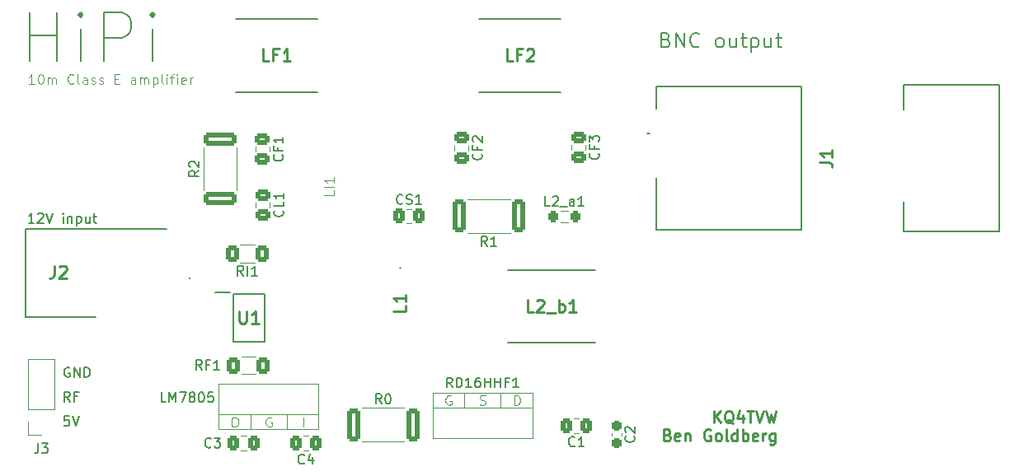
<source format=gto>
%TF.GenerationSoftware,KiCad,Pcbnew,8.0.3-8.0.3-0~ubuntu23.10.1*%
%TF.CreationDate,2024-11-22T11:34:00-05:00*%
%TF.ProjectId,28mhz_class_e_amplifier_for_pi,32386d68-7a5f-4636-9c61-73735f655f61,alpha*%
%TF.SameCoordinates,Original*%
%TF.FileFunction,Legend,Top*%
%TF.FilePolarity,Positive*%
%FSLAX46Y46*%
G04 Gerber Fmt 4.6, Leading zero omitted, Abs format (unit mm)*
G04 Created by KiCad (PCBNEW 8.0.3-8.0.3-0~ubuntu23.10.1) date 2024-11-22 11:34:00*
%MOMM*%
%LPD*%
G01*
G04 APERTURE LIST*
G04 Aperture macros list*
%AMRoundRect*
0 Rectangle with rounded corners*
0 $1 Rounding radius*
0 $2 $3 $4 $5 $6 $7 $8 $9 X,Y pos of 4 corners*
0 Add a 4 corners polygon primitive as box body*
4,1,4,$2,$3,$4,$5,$6,$7,$8,$9,$2,$3,0*
0 Add four circle primitives for the rounded corners*
1,1,$1+$1,$2,$3*
1,1,$1+$1,$4,$5*
1,1,$1+$1,$6,$7*
1,1,$1+$1,$8,$9*
0 Add four rect primitives between the rounded corners*
20,1,$1+$1,$2,$3,$4,$5,0*
20,1,$1+$1,$4,$5,$6,$7,0*
20,1,$1+$1,$6,$7,$8,$9,0*
20,1,$1+$1,$8,$9,$2,$3,0*%
G04 Aperture macros list end*
%ADD10C,0.100000*%
%ADD11C,0.250000*%
%ADD12C,0.200000*%
%ADD13C,0.150000*%
%ADD14C,0.254000*%
%ADD15C,0.120000*%
%ADD16RoundRect,0.249999X-0.450001X-1.425001X0.450001X-1.425001X0.450001X1.425001X-0.450001X1.425001X0*%
%ADD17RoundRect,0.250000X-0.337500X-0.475000X0.337500X-0.475000X0.337500X0.475000X-0.337500X0.475000X0*%
%ADD18O,1.700000X1.700000*%
%ADD19R,1.700000X1.700000*%
%ADD20RoundRect,0.250000X0.337500X0.475000X-0.337500X0.475000X-0.337500X-0.475000X0.337500X-0.475000X0*%
%ADD21R,2.290000X8.260000*%
%ADD22RoundRect,0.250000X-0.475000X0.337500X-0.475000X-0.337500X0.475000X-0.337500X0.475000X0.337500X0*%
%ADD23RoundRect,0.249999X0.450001X1.425001X-0.450001X1.425001X-0.450001X-1.425001X0.450001X-1.425001X0*%
%ADD24O,1.905000X2.000000*%
%ADD25R,1.905000X2.000000*%
%ADD26C,4.800000*%
%ADD27R,1.446000X1.446000*%
%ADD28C,1.446000*%
%ADD29C,3.000000*%
%ADD30R,1.526000X0.650000*%
%ADD31RoundRect,0.249999X1.425001X-0.450001X1.425001X0.450001X-1.425001X0.450001X-1.425001X-0.450001X0*%
%ADD32RoundRect,0.237500X-0.237500X0.300000X-0.237500X-0.300000X0.237500X-0.300000X0.237500X0.300000X0*%
%ADD33RoundRect,0.250000X-0.275000X-0.350000X0.275000X-0.350000X0.275000X0.350000X-0.275000X0.350000X0*%
%ADD34R,6.730000X2.160000*%
%ADD35R,1.500000X1.500000*%
%ADD36C,1.500000*%
%ADD37RoundRect,0.250000X0.400000X0.625000X-0.400000X0.625000X-0.400000X-0.625000X0.400000X-0.625000X0*%
G04 APERTURE END LIST*
D10*
X128119360Y-99672419D02*
X128309836Y-99672419D01*
X128309836Y-99672419D02*
X128405074Y-99720038D01*
X128405074Y-99720038D02*
X128500312Y-99815276D01*
X128500312Y-99815276D02*
X128547931Y-100005752D01*
X128547931Y-100005752D02*
X128547931Y-100339085D01*
X128547931Y-100339085D02*
X128500312Y-100529561D01*
X128500312Y-100529561D02*
X128405074Y-100624800D01*
X128405074Y-100624800D02*
X128309836Y-100672419D01*
X128309836Y-100672419D02*
X128119360Y-100672419D01*
X128119360Y-100672419D02*
X128024122Y-100624800D01*
X128024122Y-100624800D02*
X127928884Y-100529561D01*
X127928884Y-100529561D02*
X127881265Y-100339085D01*
X127881265Y-100339085D02*
X127881265Y-100005752D01*
X127881265Y-100005752D02*
X127928884Y-99815276D01*
X127928884Y-99815276D02*
X128024122Y-99720038D01*
X128024122Y-99720038D02*
X128119360Y-99672419D01*
X135228884Y-100672419D02*
X135228884Y-99672419D01*
X131977693Y-99720038D02*
X131882455Y-99672419D01*
X131882455Y-99672419D02*
X131739598Y-99672419D01*
X131739598Y-99672419D02*
X131596741Y-99720038D01*
X131596741Y-99720038D02*
X131501503Y-99815276D01*
X131501503Y-99815276D02*
X131453884Y-99910514D01*
X131453884Y-99910514D02*
X131406265Y-100100990D01*
X131406265Y-100100990D02*
X131406265Y-100243847D01*
X131406265Y-100243847D02*
X131453884Y-100434323D01*
X131453884Y-100434323D02*
X131501503Y-100529561D01*
X131501503Y-100529561D02*
X131596741Y-100624800D01*
X131596741Y-100624800D02*
X131739598Y-100672419D01*
X131739598Y-100672419D02*
X131834836Y-100672419D01*
X131834836Y-100672419D02*
X131977693Y-100624800D01*
X131977693Y-100624800D02*
X132025312Y-100577180D01*
X132025312Y-100577180D02*
X132025312Y-100243847D01*
X132025312Y-100243847D02*
X131834836Y-100243847D01*
D11*
X177442431Y-100217856D02*
X177442431Y-99037856D01*
X178116717Y-100217856D02*
X177611002Y-99543570D01*
X178116717Y-99037856D02*
X177442431Y-99712142D01*
X179409098Y-100330237D02*
X179296717Y-100274046D01*
X179296717Y-100274046D02*
X179184336Y-100161666D01*
X179184336Y-100161666D02*
X179015764Y-99993094D01*
X179015764Y-99993094D02*
X178903383Y-99936904D01*
X178903383Y-99936904D02*
X178791002Y-99936904D01*
X178847193Y-100217856D02*
X178734812Y-100161666D01*
X178734812Y-100161666D02*
X178622431Y-100049285D01*
X178622431Y-100049285D02*
X178566240Y-99824523D01*
X178566240Y-99824523D02*
X178566240Y-99431189D01*
X178566240Y-99431189D02*
X178622431Y-99206427D01*
X178622431Y-99206427D02*
X178734812Y-99094046D01*
X178734812Y-99094046D02*
X178847193Y-99037856D01*
X178847193Y-99037856D02*
X179071955Y-99037856D01*
X179071955Y-99037856D02*
X179184336Y-99094046D01*
X179184336Y-99094046D02*
X179296717Y-99206427D01*
X179296717Y-99206427D02*
X179352907Y-99431189D01*
X179352907Y-99431189D02*
X179352907Y-99824523D01*
X179352907Y-99824523D02*
X179296717Y-100049285D01*
X179296717Y-100049285D02*
X179184336Y-100161666D01*
X179184336Y-100161666D02*
X179071955Y-100217856D01*
X179071955Y-100217856D02*
X178847193Y-100217856D01*
X180364335Y-99431189D02*
X180364335Y-100217856D01*
X180083383Y-98981666D02*
X179802430Y-99824523D01*
X179802430Y-99824523D02*
X180532907Y-99824523D01*
X180813859Y-99037856D02*
X181488145Y-99037856D01*
X181151002Y-100217856D02*
X181151002Y-99037856D01*
X181712907Y-99037856D02*
X182106241Y-100217856D01*
X182106241Y-100217856D02*
X182499574Y-99037856D01*
X182780527Y-99037856D02*
X183061479Y-100217856D01*
X183061479Y-100217856D02*
X183286241Y-99374999D01*
X183286241Y-99374999D02*
X183511003Y-100217856D01*
X183511003Y-100217856D02*
X183791956Y-99037856D01*
X172666240Y-101499495D02*
X172834812Y-101555685D01*
X172834812Y-101555685D02*
X172891002Y-101611876D01*
X172891002Y-101611876D02*
X172947193Y-101724257D01*
X172947193Y-101724257D02*
X172947193Y-101892828D01*
X172947193Y-101892828D02*
X172891002Y-102005209D01*
X172891002Y-102005209D02*
X172834812Y-102061400D01*
X172834812Y-102061400D02*
X172722431Y-102117590D01*
X172722431Y-102117590D02*
X172272907Y-102117590D01*
X172272907Y-102117590D02*
X172272907Y-100937590D01*
X172272907Y-100937590D02*
X172666240Y-100937590D01*
X172666240Y-100937590D02*
X172778621Y-100993780D01*
X172778621Y-100993780D02*
X172834812Y-101049971D01*
X172834812Y-101049971D02*
X172891002Y-101162352D01*
X172891002Y-101162352D02*
X172891002Y-101274733D01*
X172891002Y-101274733D02*
X172834812Y-101387114D01*
X172834812Y-101387114D02*
X172778621Y-101443304D01*
X172778621Y-101443304D02*
X172666240Y-101499495D01*
X172666240Y-101499495D02*
X172272907Y-101499495D01*
X173902431Y-102061400D02*
X173790050Y-102117590D01*
X173790050Y-102117590D02*
X173565288Y-102117590D01*
X173565288Y-102117590D02*
X173452907Y-102061400D01*
X173452907Y-102061400D02*
X173396716Y-101949019D01*
X173396716Y-101949019D02*
X173396716Y-101499495D01*
X173396716Y-101499495D02*
X173452907Y-101387114D01*
X173452907Y-101387114D02*
X173565288Y-101330923D01*
X173565288Y-101330923D02*
X173790050Y-101330923D01*
X173790050Y-101330923D02*
X173902431Y-101387114D01*
X173902431Y-101387114D02*
X173958621Y-101499495D01*
X173958621Y-101499495D02*
X173958621Y-101611876D01*
X173958621Y-101611876D02*
X173396716Y-101724257D01*
X174464336Y-101330923D02*
X174464336Y-102117590D01*
X174464336Y-101443304D02*
X174520526Y-101387114D01*
X174520526Y-101387114D02*
X174632907Y-101330923D01*
X174632907Y-101330923D02*
X174801479Y-101330923D01*
X174801479Y-101330923D02*
X174913860Y-101387114D01*
X174913860Y-101387114D02*
X174970050Y-101499495D01*
X174970050Y-101499495D02*
X174970050Y-102117590D01*
X177049098Y-100993780D02*
X176936717Y-100937590D01*
X176936717Y-100937590D02*
X176768146Y-100937590D01*
X176768146Y-100937590D02*
X176599574Y-100993780D01*
X176599574Y-100993780D02*
X176487193Y-101106161D01*
X176487193Y-101106161D02*
X176431003Y-101218542D01*
X176431003Y-101218542D02*
X176374812Y-101443304D01*
X176374812Y-101443304D02*
X176374812Y-101611876D01*
X176374812Y-101611876D02*
X176431003Y-101836638D01*
X176431003Y-101836638D02*
X176487193Y-101949019D01*
X176487193Y-101949019D02*
X176599574Y-102061400D01*
X176599574Y-102061400D02*
X176768146Y-102117590D01*
X176768146Y-102117590D02*
X176880527Y-102117590D01*
X176880527Y-102117590D02*
X177049098Y-102061400D01*
X177049098Y-102061400D02*
X177105289Y-102005209D01*
X177105289Y-102005209D02*
X177105289Y-101611876D01*
X177105289Y-101611876D02*
X176880527Y-101611876D01*
X177779574Y-102117590D02*
X177667193Y-102061400D01*
X177667193Y-102061400D02*
X177611003Y-102005209D01*
X177611003Y-102005209D02*
X177554812Y-101892828D01*
X177554812Y-101892828D02*
X177554812Y-101555685D01*
X177554812Y-101555685D02*
X177611003Y-101443304D01*
X177611003Y-101443304D02*
X177667193Y-101387114D01*
X177667193Y-101387114D02*
X177779574Y-101330923D01*
X177779574Y-101330923D02*
X177948146Y-101330923D01*
X177948146Y-101330923D02*
X178060527Y-101387114D01*
X178060527Y-101387114D02*
X178116717Y-101443304D01*
X178116717Y-101443304D02*
X178172908Y-101555685D01*
X178172908Y-101555685D02*
X178172908Y-101892828D01*
X178172908Y-101892828D02*
X178116717Y-102005209D01*
X178116717Y-102005209D02*
X178060527Y-102061400D01*
X178060527Y-102061400D02*
X177948146Y-102117590D01*
X177948146Y-102117590D02*
X177779574Y-102117590D01*
X178847193Y-102117590D02*
X178734812Y-102061400D01*
X178734812Y-102061400D02*
X178678622Y-101949019D01*
X178678622Y-101949019D02*
X178678622Y-100937590D01*
X179802431Y-102117590D02*
X179802431Y-100937590D01*
X179802431Y-102061400D02*
X179690050Y-102117590D01*
X179690050Y-102117590D02*
X179465288Y-102117590D01*
X179465288Y-102117590D02*
X179352907Y-102061400D01*
X179352907Y-102061400D02*
X179296717Y-102005209D01*
X179296717Y-102005209D02*
X179240526Y-101892828D01*
X179240526Y-101892828D02*
X179240526Y-101555685D01*
X179240526Y-101555685D02*
X179296717Y-101443304D01*
X179296717Y-101443304D02*
X179352907Y-101387114D01*
X179352907Y-101387114D02*
X179465288Y-101330923D01*
X179465288Y-101330923D02*
X179690050Y-101330923D01*
X179690050Y-101330923D02*
X179802431Y-101387114D01*
X180364336Y-102117590D02*
X180364336Y-100937590D01*
X180364336Y-101387114D02*
X180476717Y-101330923D01*
X180476717Y-101330923D02*
X180701479Y-101330923D01*
X180701479Y-101330923D02*
X180813860Y-101387114D01*
X180813860Y-101387114D02*
X180870050Y-101443304D01*
X180870050Y-101443304D02*
X180926241Y-101555685D01*
X180926241Y-101555685D02*
X180926241Y-101892828D01*
X180926241Y-101892828D02*
X180870050Y-102005209D01*
X180870050Y-102005209D02*
X180813860Y-102061400D01*
X180813860Y-102061400D02*
X180701479Y-102117590D01*
X180701479Y-102117590D02*
X180476717Y-102117590D01*
X180476717Y-102117590D02*
X180364336Y-102061400D01*
X181881479Y-102061400D02*
X181769098Y-102117590D01*
X181769098Y-102117590D02*
X181544336Y-102117590D01*
X181544336Y-102117590D02*
X181431955Y-102061400D01*
X181431955Y-102061400D02*
X181375764Y-101949019D01*
X181375764Y-101949019D02*
X181375764Y-101499495D01*
X181375764Y-101499495D02*
X181431955Y-101387114D01*
X181431955Y-101387114D02*
X181544336Y-101330923D01*
X181544336Y-101330923D02*
X181769098Y-101330923D01*
X181769098Y-101330923D02*
X181881479Y-101387114D01*
X181881479Y-101387114D02*
X181937669Y-101499495D01*
X181937669Y-101499495D02*
X181937669Y-101611876D01*
X181937669Y-101611876D02*
X181375764Y-101724257D01*
X182443384Y-102117590D02*
X182443384Y-101330923D01*
X182443384Y-101555685D02*
X182499574Y-101443304D01*
X182499574Y-101443304D02*
X182555765Y-101387114D01*
X182555765Y-101387114D02*
X182668146Y-101330923D01*
X182668146Y-101330923D02*
X182780527Y-101330923D01*
X183679574Y-101330923D02*
X183679574Y-102286161D01*
X183679574Y-102286161D02*
X183623384Y-102398542D01*
X183623384Y-102398542D02*
X183567193Y-102454733D01*
X183567193Y-102454733D02*
X183454812Y-102510923D01*
X183454812Y-102510923D02*
X183286241Y-102510923D01*
X183286241Y-102510923D02*
X183173860Y-102454733D01*
X183679574Y-102061400D02*
X183567193Y-102117590D01*
X183567193Y-102117590D02*
X183342431Y-102117590D01*
X183342431Y-102117590D02*
X183230050Y-102061400D01*
X183230050Y-102061400D02*
X183173860Y-102005209D01*
X183173860Y-102005209D02*
X183117669Y-101892828D01*
X183117669Y-101892828D02*
X183117669Y-101555685D01*
X183117669Y-101555685D02*
X183173860Y-101443304D01*
X183173860Y-101443304D02*
X183230050Y-101387114D01*
X183230050Y-101387114D02*
X183342431Y-101330923D01*
X183342431Y-101330923D02*
X183567193Y-101330923D01*
X183567193Y-101330923D02*
X183679574Y-101387114D01*
D12*
X172488720Y-60870314D02*
X172703006Y-60941742D01*
X172703006Y-60941742D02*
X172774435Y-61013171D01*
X172774435Y-61013171D02*
X172845863Y-61156028D01*
X172845863Y-61156028D02*
X172845863Y-61370314D01*
X172845863Y-61370314D02*
X172774435Y-61513171D01*
X172774435Y-61513171D02*
X172703006Y-61584600D01*
X172703006Y-61584600D02*
X172560149Y-61656028D01*
X172560149Y-61656028D02*
X171988720Y-61656028D01*
X171988720Y-61656028D02*
X171988720Y-60156028D01*
X171988720Y-60156028D02*
X172488720Y-60156028D01*
X172488720Y-60156028D02*
X172631578Y-60227457D01*
X172631578Y-60227457D02*
X172703006Y-60298885D01*
X172703006Y-60298885D02*
X172774435Y-60441742D01*
X172774435Y-60441742D02*
X172774435Y-60584600D01*
X172774435Y-60584600D02*
X172703006Y-60727457D01*
X172703006Y-60727457D02*
X172631578Y-60798885D01*
X172631578Y-60798885D02*
X172488720Y-60870314D01*
X172488720Y-60870314D02*
X171988720Y-60870314D01*
X173488720Y-61656028D02*
X173488720Y-60156028D01*
X173488720Y-60156028D02*
X174345863Y-61656028D01*
X174345863Y-61656028D02*
X174345863Y-60156028D01*
X175917292Y-61513171D02*
X175845864Y-61584600D01*
X175845864Y-61584600D02*
X175631578Y-61656028D01*
X175631578Y-61656028D02*
X175488721Y-61656028D01*
X175488721Y-61656028D02*
X175274435Y-61584600D01*
X175274435Y-61584600D02*
X175131578Y-61441742D01*
X175131578Y-61441742D02*
X175060149Y-61298885D01*
X175060149Y-61298885D02*
X174988721Y-61013171D01*
X174988721Y-61013171D02*
X174988721Y-60798885D01*
X174988721Y-60798885D02*
X175060149Y-60513171D01*
X175060149Y-60513171D02*
X175131578Y-60370314D01*
X175131578Y-60370314D02*
X175274435Y-60227457D01*
X175274435Y-60227457D02*
X175488721Y-60156028D01*
X175488721Y-60156028D02*
X175631578Y-60156028D01*
X175631578Y-60156028D02*
X175845864Y-60227457D01*
X175845864Y-60227457D02*
X175917292Y-60298885D01*
X177917292Y-61656028D02*
X177774435Y-61584600D01*
X177774435Y-61584600D02*
X177703006Y-61513171D01*
X177703006Y-61513171D02*
X177631578Y-61370314D01*
X177631578Y-61370314D02*
X177631578Y-60941742D01*
X177631578Y-60941742D02*
X177703006Y-60798885D01*
X177703006Y-60798885D02*
X177774435Y-60727457D01*
X177774435Y-60727457D02*
X177917292Y-60656028D01*
X177917292Y-60656028D02*
X178131578Y-60656028D01*
X178131578Y-60656028D02*
X178274435Y-60727457D01*
X178274435Y-60727457D02*
X178345864Y-60798885D01*
X178345864Y-60798885D02*
X178417292Y-60941742D01*
X178417292Y-60941742D02*
X178417292Y-61370314D01*
X178417292Y-61370314D02*
X178345864Y-61513171D01*
X178345864Y-61513171D02*
X178274435Y-61584600D01*
X178274435Y-61584600D02*
X178131578Y-61656028D01*
X178131578Y-61656028D02*
X177917292Y-61656028D01*
X179703007Y-60656028D02*
X179703007Y-61656028D01*
X179060149Y-60656028D02*
X179060149Y-61441742D01*
X179060149Y-61441742D02*
X179131578Y-61584600D01*
X179131578Y-61584600D02*
X179274435Y-61656028D01*
X179274435Y-61656028D02*
X179488721Y-61656028D01*
X179488721Y-61656028D02*
X179631578Y-61584600D01*
X179631578Y-61584600D02*
X179703007Y-61513171D01*
X180203007Y-60656028D02*
X180774435Y-60656028D01*
X180417292Y-60156028D02*
X180417292Y-61441742D01*
X180417292Y-61441742D02*
X180488721Y-61584600D01*
X180488721Y-61584600D02*
X180631578Y-61656028D01*
X180631578Y-61656028D02*
X180774435Y-61656028D01*
X181274435Y-60656028D02*
X181274435Y-62156028D01*
X181274435Y-60727457D02*
X181417293Y-60656028D01*
X181417293Y-60656028D02*
X181703007Y-60656028D01*
X181703007Y-60656028D02*
X181845864Y-60727457D01*
X181845864Y-60727457D02*
X181917293Y-60798885D01*
X181917293Y-60798885D02*
X181988721Y-60941742D01*
X181988721Y-60941742D02*
X181988721Y-61370314D01*
X181988721Y-61370314D02*
X181917293Y-61513171D01*
X181917293Y-61513171D02*
X181845864Y-61584600D01*
X181845864Y-61584600D02*
X181703007Y-61656028D01*
X181703007Y-61656028D02*
X181417293Y-61656028D01*
X181417293Y-61656028D02*
X181274435Y-61584600D01*
X183274436Y-60656028D02*
X183274436Y-61656028D01*
X182631578Y-60656028D02*
X182631578Y-61441742D01*
X182631578Y-61441742D02*
X182703007Y-61584600D01*
X182703007Y-61584600D02*
X182845864Y-61656028D01*
X182845864Y-61656028D02*
X183060150Y-61656028D01*
X183060150Y-61656028D02*
X183203007Y-61584600D01*
X183203007Y-61584600D02*
X183274436Y-61513171D01*
X183774436Y-60656028D02*
X184345864Y-60656028D01*
X183988721Y-60156028D02*
X183988721Y-61441742D01*
X183988721Y-61441742D02*
X184060150Y-61584600D01*
X184060150Y-61584600D02*
X184203007Y-61656028D01*
X184203007Y-61656028D02*
X184345864Y-61656028D01*
D10*
X156928884Y-98422419D02*
X156928884Y-97422419D01*
X156928884Y-97422419D02*
X157166979Y-97422419D01*
X157166979Y-97422419D02*
X157309836Y-97470038D01*
X157309836Y-97470038D02*
X157405074Y-97565276D01*
X157405074Y-97565276D02*
X157452693Y-97660514D01*
X157452693Y-97660514D02*
X157500312Y-97850990D01*
X157500312Y-97850990D02*
X157500312Y-97993847D01*
X157500312Y-97993847D02*
X157452693Y-98184323D01*
X157452693Y-98184323D02*
X157405074Y-98279561D01*
X157405074Y-98279561D02*
X157309836Y-98374800D01*
X157309836Y-98374800D02*
X157166979Y-98422419D01*
X157166979Y-98422419D02*
X156928884Y-98422419D01*
X153381265Y-98374800D02*
X153524122Y-98422419D01*
X153524122Y-98422419D02*
X153762217Y-98422419D01*
X153762217Y-98422419D02*
X153857455Y-98374800D01*
X153857455Y-98374800D02*
X153905074Y-98327180D01*
X153905074Y-98327180D02*
X153952693Y-98231942D01*
X153952693Y-98231942D02*
X153952693Y-98136704D01*
X153952693Y-98136704D02*
X153905074Y-98041466D01*
X153905074Y-98041466D02*
X153857455Y-97993847D01*
X153857455Y-97993847D02*
X153762217Y-97946228D01*
X153762217Y-97946228D02*
X153571741Y-97898609D01*
X153571741Y-97898609D02*
X153476503Y-97850990D01*
X153476503Y-97850990D02*
X153428884Y-97803371D01*
X153428884Y-97803371D02*
X153381265Y-97708133D01*
X153381265Y-97708133D02*
X153381265Y-97612895D01*
X153381265Y-97612895D02*
X153428884Y-97517657D01*
X153428884Y-97517657D02*
X153476503Y-97470038D01*
X153476503Y-97470038D02*
X153571741Y-97422419D01*
X153571741Y-97422419D02*
X153809836Y-97422419D01*
X153809836Y-97422419D02*
X153952693Y-97470038D01*
X150427693Y-97470038D02*
X150332455Y-97422419D01*
X150332455Y-97422419D02*
X150189598Y-97422419D01*
X150189598Y-97422419D02*
X150046741Y-97470038D01*
X150046741Y-97470038D02*
X149951503Y-97565276D01*
X149951503Y-97565276D02*
X149903884Y-97660514D01*
X149903884Y-97660514D02*
X149856265Y-97850990D01*
X149856265Y-97850990D02*
X149856265Y-97993847D01*
X149856265Y-97993847D02*
X149903884Y-98184323D01*
X149903884Y-98184323D02*
X149951503Y-98279561D01*
X149951503Y-98279561D02*
X150046741Y-98374800D01*
X150046741Y-98374800D02*
X150189598Y-98422419D01*
X150189598Y-98422419D02*
X150284836Y-98422419D01*
X150284836Y-98422419D02*
X150427693Y-98374800D01*
X150427693Y-98374800D02*
X150475312Y-98327180D01*
X150475312Y-98327180D02*
X150475312Y-97993847D01*
X150475312Y-97993847D02*
X150284836Y-97993847D01*
D12*
X111195863Y-99567219D02*
X110719673Y-99567219D01*
X110719673Y-99567219D02*
X110672054Y-100043409D01*
X110672054Y-100043409D02*
X110719673Y-99995790D01*
X110719673Y-99995790D02*
X110814911Y-99948171D01*
X110814911Y-99948171D02*
X111053006Y-99948171D01*
X111053006Y-99948171D02*
X111148244Y-99995790D01*
X111148244Y-99995790D02*
X111195863Y-100043409D01*
X111195863Y-100043409D02*
X111243482Y-100138647D01*
X111243482Y-100138647D02*
X111243482Y-100376742D01*
X111243482Y-100376742D02*
X111195863Y-100471980D01*
X111195863Y-100471980D02*
X111148244Y-100519600D01*
X111148244Y-100519600D02*
X111053006Y-100567219D01*
X111053006Y-100567219D02*
X110814911Y-100567219D01*
X110814911Y-100567219D02*
X110719673Y-100519600D01*
X110719673Y-100519600D02*
X110672054Y-100471980D01*
X111529197Y-99567219D02*
X111862530Y-100567219D01*
X111862530Y-100567219D02*
X112195863Y-99567219D01*
X111291101Y-98067219D02*
X110957768Y-97591028D01*
X110719673Y-98067219D02*
X110719673Y-97067219D01*
X110719673Y-97067219D02*
X111100625Y-97067219D01*
X111100625Y-97067219D02*
X111195863Y-97114838D01*
X111195863Y-97114838D02*
X111243482Y-97162457D01*
X111243482Y-97162457D02*
X111291101Y-97257695D01*
X111291101Y-97257695D02*
X111291101Y-97400552D01*
X111291101Y-97400552D02*
X111243482Y-97495790D01*
X111243482Y-97495790D02*
X111195863Y-97543409D01*
X111195863Y-97543409D02*
X111100625Y-97591028D01*
X111100625Y-97591028D02*
X110719673Y-97591028D01*
X112053006Y-97543409D02*
X111719673Y-97543409D01*
X111719673Y-98067219D02*
X111719673Y-97067219D01*
X111719673Y-97067219D02*
X112195863Y-97067219D01*
X111243482Y-94614838D02*
X111148244Y-94567219D01*
X111148244Y-94567219D02*
X111005387Y-94567219D01*
X111005387Y-94567219D02*
X110862530Y-94614838D01*
X110862530Y-94614838D02*
X110767292Y-94710076D01*
X110767292Y-94710076D02*
X110719673Y-94805314D01*
X110719673Y-94805314D02*
X110672054Y-94995790D01*
X110672054Y-94995790D02*
X110672054Y-95138647D01*
X110672054Y-95138647D02*
X110719673Y-95329123D01*
X110719673Y-95329123D02*
X110767292Y-95424361D01*
X110767292Y-95424361D02*
X110862530Y-95519600D01*
X110862530Y-95519600D02*
X111005387Y-95567219D01*
X111005387Y-95567219D02*
X111100625Y-95567219D01*
X111100625Y-95567219D02*
X111243482Y-95519600D01*
X111243482Y-95519600D02*
X111291101Y-95471980D01*
X111291101Y-95471980D02*
X111291101Y-95138647D01*
X111291101Y-95138647D02*
X111100625Y-95138647D01*
X111719673Y-95567219D02*
X111719673Y-94567219D01*
X111719673Y-94567219D02*
X112291101Y-95567219D01*
X112291101Y-95567219D02*
X112291101Y-94567219D01*
X112767292Y-95567219D02*
X112767292Y-94567219D01*
X112767292Y-94567219D02*
X113005387Y-94567219D01*
X113005387Y-94567219D02*
X113148244Y-94614838D01*
X113148244Y-94614838D02*
X113243482Y-94710076D01*
X113243482Y-94710076D02*
X113291101Y-94805314D01*
X113291101Y-94805314D02*
X113338720Y-94995790D01*
X113338720Y-94995790D02*
X113338720Y-95138647D01*
X113338720Y-95138647D02*
X113291101Y-95329123D01*
X113291101Y-95329123D02*
X113243482Y-95424361D01*
X113243482Y-95424361D02*
X113148244Y-95519600D01*
X113148244Y-95519600D02*
X113005387Y-95567219D01*
X113005387Y-95567219D02*
X112767292Y-95567219D01*
X107602982Y-79692219D02*
X107031554Y-79692219D01*
X107317268Y-79692219D02*
X107317268Y-78692219D01*
X107317268Y-78692219D02*
X107222030Y-78835076D01*
X107222030Y-78835076D02*
X107126792Y-78930314D01*
X107126792Y-78930314D02*
X107031554Y-78977933D01*
X107983935Y-78787457D02*
X108031554Y-78739838D01*
X108031554Y-78739838D02*
X108126792Y-78692219D01*
X108126792Y-78692219D02*
X108364887Y-78692219D01*
X108364887Y-78692219D02*
X108460125Y-78739838D01*
X108460125Y-78739838D02*
X108507744Y-78787457D01*
X108507744Y-78787457D02*
X108555363Y-78882695D01*
X108555363Y-78882695D02*
X108555363Y-78977933D01*
X108555363Y-78977933D02*
X108507744Y-79120790D01*
X108507744Y-79120790D02*
X107936316Y-79692219D01*
X107936316Y-79692219D02*
X108555363Y-79692219D01*
X108841078Y-78692219D02*
X109174411Y-79692219D01*
X109174411Y-79692219D02*
X109507744Y-78692219D01*
X110602983Y-79692219D02*
X110602983Y-79025552D01*
X110602983Y-78692219D02*
X110555364Y-78739838D01*
X110555364Y-78739838D02*
X110602983Y-78787457D01*
X110602983Y-78787457D02*
X110650602Y-78739838D01*
X110650602Y-78739838D02*
X110602983Y-78692219D01*
X110602983Y-78692219D02*
X110602983Y-78787457D01*
X111079173Y-79025552D02*
X111079173Y-79692219D01*
X111079173Y-79120790D02*
X111126792Y-79073171D01*
X111126792Y-79073171D02*
X111222030Y-79025552D01*
X111222030Y-79025552D02*
X111364887Y-79025552D01*
X111364887Y-79025552D02*
X111460125Y-79073171D01*
X111460125Y-79073171D02*
X111507744Y-79168409D01*
X111507744Y-79168409D02*
X111507744Y-79692219D01*
X111983935Y-79025552D02*
X111983935Y-80025552D01*
X111983935Y-79073171D02*
X112079173Y-79025552D01*
X112079173Y-79025552D02*
X112269649Y-79025552D01*
X112269649Y-79025552D02*
X112364887Y-79073171D01*
X112364887Y-79073171D02*
X112412506Y-79120790D01*
X112412506Y-79120790D02*
X112460125Y-79216028D01*
X112460125Y-79216028D02*
X112460125Y-79501742D01*
X112460125Y-79501742D02*
X112412506Y-79596980D01*
X112412506Y-79596980D02*
X112364887Y-79644600D01*
X112364887Y-79644600D02*
X112269649Y-79692219D01*
X112269649Y-79692219D02*
X112079173Y-79692219D01*
X112079173Y-79692219D02*
X111983935Y-79644600D01*
X113317268Y-79025552D02*
X113317268Y-79692219D01*
X112888697Y-79025552D02*
X112888697Y-79549361D01*
X112888697Y-79549361D02*
X112936316Y-79644600D01*
X112936316Y-79644600D02*
X113031554Y-79692219D01*
X113031554Y-79692219D02*
X113174411Y-79692219D01*
X113174411Y-79692219D02*
X113269649Y-79644600D01*
X113269649Y-79644600D02*
X113317268Y-79596980D01*
X113650602Y-79025552D02*
X114031554Y-79025552D01*
X113793459Y-78692219D02*
X113793459Y-79549361D01*
X113793459Y-79549361D02*
X113841078Y-79644600D01*
X113841078Y-79644600D02*
X113936316Y-79692219D01*
X113936316Y-79692219D02*
X114031554Y-79692219D01*
D10*
X107627693Y-65422419D02*
X107056265Y-65422419D01*
X107341979Y-65422419D02*
X107341979Y-64422419D01*
X107341979Y-64422419D02*
X107246741Y-64565276D01*
X107246741Y-64565276D02*
X107151503Y-64660514D01*
X107151503Y-64660514D02*
X107056265Y-64708133D01*
X108246741Y-64422419D02*
X108341979Y-64422419D01*
X108341979Y-64422419D02*
X108437217Y-64470038D01*
X108437217Y-64470038D02*
X108484836Y-64517657D01*
X108484836Y-64517657D02*
X108532455Y-64612895D01*
X108532455Y-64612895D02*
X108580074Y-64803371D01*
X108580074Y-64803371D02*
X108580074Y-65041466D01*
X108580074Y-65041466D02*
X108532455Y-65231942D01*
X108532455Y-65231942D02*
X108484836Y-65327180D01*
X108484836Y-65327180D02*
X108437217Y-65374800D01*
X108437217Y-65374800D02*
X108341979Y-65422419D01*
X108341979Y-65422419D02*
X108246741Y-65422419D01*
X108246741Y-65422419D02*
X108151503Y-65374800D01*
X108151503Y-65374800D02*
X108103884Y-65327180D01*
X108103884Y-65327180D02*
X108056265Y-65231942D01*
X108056265Y-65231942D02*
X108008646Y-65041466D01*
X108008646Y-65041466D02*
X108008646Y-64803371D01*
X108008646Y-64803371D02*
X108056265Y-64612895D01*
X108056265Y-64612895D02*
X108103884Y-64517657D01*
X108103884Y-64517657D02*
X108151503Y-64470038D01*
X108151503Y-64470038D02*
X108246741Y-64422419D01*
X109008646Y-65422419D02*
X109008646Y-64755752D01*
X109008646Y-64850990D02*
X109056265Y-64803371D01*
X109056265Y-64803371D02*
X109151503Y-64755752D01*
X109151503Y-64755752D02*
X109294360Y-64755752D01*
X109294360Y-64755752D02*
X109389598Y-64803371D01*
X109389598Y-64803371D02*
X109437217Y-64898609D01*
X109437217Y-64898609D02*
X109437217Y-65422419D01*
X109437217Y-64898609D02*
X109484836Y-64803371D01*
X109484836Y-64803371D02*
X109580074Y-64755752D01*
X109580074Y-64755752D02*
X109722931Y-64755752D01*
X109722931Y-64755752D02*
X109818170Y-64803371D01*
X109818170Y-64803371D02*
X109865789Y-64898609D01*
X109865789Y-64898609D02*
X109865789Y-65422419D01*
X111675312Y-65327180D02*
X111627693Y-65374800D01*
X111627693Y-65374800D02*
X111484836Y-65422419D01*
X111484836Y-65422419D02*
X111389598Y-65422419D01*
X111389598Y-65422419D02*
X111246741Y-65374800D01*
X111246741Y-65374800D02*
X111151503Y-65279561D01*
X111151503Y-65279561D02*
X111103884Y-65184323D01*
X111103884Y-65184323D02*
X111056265Y-64993847D01*
X111056265Y-64993847D02*
X111056265Y-64850990D01*
X111056265Y-64850990D02*
X111103884Y-64660514D01*
X111103884Y-64660514D02*
X111151503Y-64565276D01*
X111151503Y-64565276D02*
X111246741Y-64470038D01*
X111246741Y-64470038D02*
X111389598Y-64422419D01*
X111389598Y-64422419D02*
X111484836Y-64422419D01*
X111484836Y-64422419D02*
X111627693Y-64470038D01*
X111627693Y-64470038D02*
X111675312Y-64517657D01*
X112246741Y-65422419D02*
X112151503Y-65374800D01*
X112151503Y-65374800D02*
X112103884Y-65279561D01*
X112103884Y-65279561D02*
X112103884Y-64422419D01*
X113056265Y-65422419D02*
X113056265Y-64898609D01*
X113056265Y-64898609D02*
X113008646Y-64803371D01*
X113008646Y-64803371D02*
X112913408Y-64755752D01*
X112913408Y-64755752D02*
X112722932Y-64755752D01*
X112722932Y-64755752D02*
X112627694Y-64803371D01*
X113056265Y-65374800D02*
X112961027Y-65422419D01*
X112961027Y-65422419D02*
X112722932Y-65422419D01*
X112722932Y-65422419D02*
X112627694Y-65374800D01*
X112627694Y-65374800D02*
X112580075Y-65279561D01*
X112580075Y-65279561D02*
X112580075Y-65184323D01*
X112580075Y-65184323D02*
X112627694Y-65089085D01*
X112627694Y-65089085D02*
X112722932Y-65041466D01*
X112722932Y-65041466D02*
X112961027Y-65041466D01*
X112961027Y-65041466D02*
X113056265Y-64993847D01*
X113484837Y-65374800D02*
X113580075Y-65422419D01*
X113580075Y-65422419D02*
X113770551Y-65422419D01*
X113770551Y-65422419D02*
X113865789Y-65374800D01*
X113865789Y-65374800D02*
X113913408Y-65279561D01*
X113913408Y-65279561D02*
X113913408Y-65231942D01*
X113913408Y-65231942D02*
X113865789Y-65136704D01*
X113865789Y-65136704D02*
X113770551Y-65089085D01*
X113770551Y-65089085D02*
X113627694Y-65089085D01*
X113627694Y-65089085D02*
X113532456Y-65041466D01*
X113532456Y-65041466D02*
X113484837Y-64946228D01*
X113484837Y-64946228D02*
X113484837Y-64898609D01*
X113484837Y-64898609D02*
X113532456Y-64803371D01*
X113532456Y-64803371D02*
X113627694Y-64755752D01*
X113627694Y-64755752D02*
X113770551Y-64755752D01*
X113770551Y-64755752D02*
X113865789Y-64803371D01*
X114294361Y-65374800D02*
X114389599Y-65422419D01*
X114389599Y-65422419D02*
X114580075Y-65422419D01*
X114580075Y-65422419D02*
X114675313Y-65374800D01*
X114675313Y-65374800D02*
X114722932Y-65279561D01*
X114722932Y-65279561D02*
X114722932Y-65231942D01*
X114722932Y-65231942D02*
X114675313Y-65136704D01*
X114675313Y-65136704D02*
X114580075Y-65089085D01*
X114580075Y-65089085D02*
X114437218Y-65089085D01*
X114437218Y-65089085D02*
X114341980Y-65041466D01*
X114341980Y-65041466D02*
X114294361Y-64946228D01*
X114294361Y-64946228D02*
X114294361Y-64898609D01*
X114294361Y-64898609D02*
X114341980Y-64803371D01*
X114341980Y-64803371D02*
X114437218Y-64755752D01*
X114437218Y-64755752D02*
X114580075Y-64755752D01*
X114580075Y-64755752D02*
X114675313Y-64803371D01*
X115913409Y-64898609D02*
X116246742Y-64898609D01*
X116389599Y-65422419D02*
X115913409Y-65422419D01*
X115913409Y-65422419D02*
X115913409Y-64422419D01*
X115913409Y-64422419D02*
X116389599Y-64422419D01*
X118008647Y-65422419D02*
X118008647Y-64898609D01*
X118008647Y-64898609D02*
X117961028Y-64803371D01*
X117961028Y-64803371D02*
X117865790Y-64755752D01*
X117865790Y-64755752D02*
X117675314Y-64755752D01*
X117675314Y-64755752D02*
X117580076Y-64803371D01*
X118008647Y-65374800D02*
X117913409Y-65422419D01*
X117913409Y-65422419D02*
X117675314Y-65422419D01*
X117675314Y-65422419D02*
X117580076Y-65374800D01*
X117580076Y-65374800D02*
X117532457Y-65279561D01*
X117532457Y-65279561D02*
X117532457Y-65184323D01*
X117532457Y-65184323D02*
X117580076Y-65089085D01*
X117580076Y-65089085D02*
X117675314Y-65041466D01*
X117675314Y-65041466D02*
X117913409Y-65041466D01*
X117913409Y-65041466D02*
X118008647Y-64993847D01*
X118484838Y-65422419D02*
X118484838Y-64755752D01*
X118484838Y-64850990D02*
X118532457Y-64803371D01*
X118532457Y-64803371D02*
X118627695Y-64755752D01*
X118627695Y-64755752D02*
X118770552Y-64755752D01*
X118770552Y-64755752D02*
X118865790Y-64803371D01*
X118865790Y-64803371D02*
X118913409Y-64898609D01*
X118913409Y-64898609D02*
X118913409Y-65422419D01*
X118913409Y-64898609D02*
X118961028Y-64803371D01*
X118961028Y-64803371D02*
X119056266Y-64755752D01*
X119056266Y-64755752D02*
X119199123Y-64755752D01*
X119199123Y-64755752D02*
X119294362Y-64803371D01*
X119294362Y-64803371D02*
X119341981Y-64898609D01*
X119341981Y-64898609D02*
X119341981Y-65422419D01*
X119818171Y-64755752D02*
X119818171Y-65755752D01*
X119818171Y-64803371D02*
X119913409Y-64755752D01*
X119913409Y-64755752D02*
X120103885Y-64755752D01*
X120103885Y-64755752D02*
X120199123Y-64803371D01*
X120199123Y-64803371D02*
X120246742Y-64850990D01*
X120246742Y-64850990D02*
X120294361Y-64946228D01*
X120294361Y-64946228D02*
X120294361Y-65231942D01*
X120294361Y-65231942D02*
X120246742Y-65327180D01*
X120246742Y-65327180D02*
X120199123Y-65374800D01*
X120199123Y-65374800D02*
X120103885Y-65422419D01*
X120103885Y-65422419D02*
X119913409Y-65422419D01*
X119913409Y-65422419D02*
X119818171Y-65374800D01*
X120865790Y-65422419D02*
X120770552Y-65374800D01*
X120770552Y-65374800D02*
X120722933Y-65279561D01*
X120722933Y-65279561D02*
X120722933Y-64422419D01*
X121246743Y-65422419D02*
X121246743Y-64755752D01*
X121246743Y-64422419D02*
X121199124Y-64470038D01*
X121199124Y-64470038D02*
X121246743Y-64517657D01*
X121246743Y-64517657D02*
X121294362Y-64470038D01*
X121294362Y-64470038D02*
X121246743Y-64422419D01*
X121246743Y-64422419D02*
X121246743Y-64517657D01*
X121580076Y-64755752D02*
X121961028Y-64755752D01*
X121722933Y-65422419D02*
X121722933Y-64565276D01*
X121722933Y-64565276D02*
X121770552Y-64470038D01*
X121770552Y-64470038D02*
X121865790Y-64422419D01*
X121865790Y-64422419D02*
X121961028Y-64422419D01*
X122294362Y-65422419D02*
X122294362Y-64755752D01*
X122294362Y-64422419D02*
X122246743Y-64470038D01*
X122246743Y-64470038D02*
X122294362Y-64517657D01*
X122294362Y-64517657D02*
X122341981Y-64470038D01*
X122341981Y-64470038D02*
X122294362Y-64422419D01*
X122294362Y-64422419D02*
X122294362Y-64517657D01*
X123151504Y-65374800D02*
X123056266Y-65422419D01*
X123056266Y-65422419D02*
X122865790Y-65422419D01*
X122865790Y-65422419D02*
X122770552Y-65374800D01*
X122770552Y-65374800D02*
X122722933Y-65279561D01*
X122722933Y-65279561D02*
X122722933Y-64898609D01*
X122722933Y-64898609D02*
X122770552Y-64803371D01*
X122770552Y-64803371D02*
X122865790Y-64755752D01*
X122865790Y-64755752D02*
X123056266Y-64755752D01*
X123056266Y-64755752D02*
X123151504Y-64803371D01*
X123151504Y-64803371D02*
X123199123Y-64898609D01*
X123199123Y-64898609D02*
X123199123Y-64993847D01*
X123199123Y-64993847D02*
X122722933Y-65089085D01*
X123627695Y-65422419D02*
X123627695Y-64755752D01*
X123627695Y-64946228D02*
X123675314Y-64850990D01*
X123675314Y-64850990D02*
X123722933Y-64803371D01*
X123722933Y-64803371D02*
X123818171Y-64755752D01*
X123818171Y-64755752D02*
X123913409Y-64755752D01*
D12*
X107122054Y-63052695D02*
X107122054Y-58052695D01*
X107122054Y-60433647D02*
X109979197Y-60433647D01*
X109979197Y-63052695D02*
X109979197Y-58052695D01*
X112360149Y-63052695D02*
X112360149Y-59719361D01*
X112360149Y-58052695D02*
X112122053Y-58290790D01*
X112122053Y-58290790D02*
X112360149Y-58528885D01*
X112360149Y-58528885D02*
X112598244Y-58290790D01*
X112598244Y-58290790D02*
X112360149Y-58052695D01*
X112360149Y-58052695D02*
X112360149Y-58528885D01*
X114741101Y-63052695D02*
X114741101Y-58052695D01*
X114741101Y-58052695D02*
X116645863Y-58052695D01*
X116645863Y-58052695D02*
X117122053Y-58290790D01*
X117122053Y-58290790D02*
X117360148Y-58528885D01*
X117360148Y-58528885D02*
X117598244Y-59005076D01*
X117598244Y-59005076D02*
X117598244Y-59719361D01*
X117598244Y-59719361D02*
X117360148Y-60195552D01*
X117360148Y-60195552D02*
X117122053Y-60433647D01*
X117122053Y-60433647D02*
X116645863Y-60671742D01*
X116645863Y-60671742D02*
X114741101Y-60671742D01*
X119741101Y-63052695D02*
X119741101Y-59719361D01*
X119741101Y-58052695D02*
X119503005Y-58290790D01*
X119503005Y-58290790D02*
X119741101Y-58528885D01*
X119741101Y-58528885D02*
X119979196Y-58290790D01*
X119979196Y-58290790D02*
X119741101Y-58052695D01*
X119741101Y-58052695D02*
X119741101Y-58528885D01*
D13*
X143283333Y-98284819D02*
X142950000Y-97808628D01*
X142711905Y-98284819D02*
X142711905Y-97284819D01*
X142711905Y-97284819D02*
X143092857Y-97284819D01*
X143092857Y-97284819D02*
X143188095Y-97332438D01*
X143188095Y-97332438D02*
X143235714Y-97380057D01*
X143235714Y-97380057D02*
X143283333Y-97475295D01*
X143283333Y-97475295D02*
X143283333Y-97618152D01*
X143283333Y-97618152D02*
X143235714Y-97713390D01*
X143235714Y-97713390D02*
X143188095Y-97761009D01*
X143188095Y-97761009D02*
X143092857Y-97808628D01*
X143092857Y-97808628D02*
X142711905Y-97808628D01*
X143902381Y-97284819D02*
X143997619Y-97284819D01*
X143997619Y-97284819D02*
X144092857Y-97332438D01*
X144092857Y-97332438D02*
X144140476Y-97380057D01*
X144140476Y-97380057D02*
X144188095Y-97475295D01*
X144188095Y-97475295D02*
X144235714Y-97665771D01*
X144235714Y-97665771D02*
X144235714Y-97903866D01*
X144235714Y-97903866D02*
X144188095Y-98094342D01*
X144188095Y-98094342D02*
X144140476Y-98189580D01*
X144140476Y-98189580D02*
X144092857Y-98237200D01*
X144092857Y-98237200D02*
X143997619Y-98284819D01*
X143997619Y-98284819D02*
X143902381Y-98284819D01*
X143902381Y-98284819D02*
X143807143Y-98237200D01*
X143807143Y-98237200D02*
X143759524Y-98189580D01*
X143759524Y-98189580D02*
X143711905Y-98094342D01*
X143711905Y-98094342D02*
X143664286Y-97903866D01*
X143664286Y-97903866D02*
X143664286Y-97665771D01*
X143664286Y-97665771D02*
X143711905Y-97475295D01*
X143711905Y-97475295D02*
X143759524Y-97380057D01*
X143759524Y-97380057D02*
X143807143Y-97332438D01*
X143807143Y-97332438D02*
X143902381Y-97284819D01*
X145457142Y-77679580D02*
X145409523Y-77727200D01*
X145409523Y-77727200D02*
X145266666Y-77774819D01*
X145266666Y-77774819D02*
X145171428Y-77774819D01*
X145171428Y-77774819D02*
X145028571Y-77727200D01*
X145028571Y-77727200D02*
X144933333Y-77631961D01*
X144933333Y-77631961D02*
X144885714Y-77536723D01*
X144885714Y-77536723D02*
X144838095Y-77346247D01*
X144838095Y-77346247D02*
X144838095Y-77203390D01*
X144838095Y-77203390D02*
X144885714Y-77012914D01*
X144885714Y-77012914D02*
X144933333Y-76917676D01*
X144933333Y-76917676D02*
X145028571Y-76822438D01*
X145028571Y-76822438D02*
X145171428Y-76774819D01*
X145171428Y-76774819D02*
X145266666Y-76774819D01*
X145266666Y-76774819D02*
X145409523Y-76822438D01*
X145409523Y-76822438D02*
X145457142Y-76870057D01*
X145838095Y-77727200D02*
X145980952Y-77774819D01*
X145980952Y-77774819D02*
X146219047Y-77774819D01*
X146219047Y-77774819D02*
X146314285Y-77727200D01*
X146314285Y-77727200D02*
X146361904Y-77679580D01*
X146361904Y-77679580D02*
X146409523Y-77584342D01*
X146409523Y-77584342D02*
X146409523Y-77489104D01*
X146409523Y-77489104D02*
X146361904Y-77393866D01*
X146361904Y-77393866D02*
X146314285Y-77346247D01*
X146314285Y-77346247D02*
X146219047Y-77298628D01*
X146219047Y-77298628D02*
X146028571Y-77251009D01*
X146028571Y-77251009D02*
X145933333Y-77203390D01*
X145933333Y-77203390D02*
X145885714Y-77155771D01*
X145885714Y-77155771D02*
X145838095Y-77060533D01*
X145838095Y-77060533D02*
X145838095Y-76965295D01*
X145838095Y-76965295D02*
X145885714Y-76870057D01*
X145885714Y-76870057D02*
X145933333Y-76822438D01*
X145933333Y-76822438D02*
X146028571Y-76774819D01*
X146028571Y-76774819D02*
X146266666Y-76774819D01*
X146266666Y-76774819D02*
X146409523Y-76822438D01*
X147361904Y-77774819D02*
X146790476Y-77774819D01*
X147076190Y-77774819D02*
X147076190Y-76774819D01*
X147076190Y-76774819D02*
X146980952Y-76917676D01*
X146980952Y-76917676D02*
X146885714Y-77012914D01*
X146885714Y-77012914D02*
X146790476Y-77060533D01*
X108016666Y-102379819D02*
X108016666Y-103094104D01*
X108016666Y-103094104D02*
X107969047Y-103236961D01*
X107969047Y-103236961D02*
X107873809Y-103332200D01*
X107873809Y-103332200D02*
X107730952Y-103379819D01*
X107730952Y-103379819D02*
X107635714Y-103379819D01*
X108397619Y-102379819D02*
X109016666Y-102379819D01*
X109016666Y-102379819D02*
X108683333Y-102760771D01*
X108683333Y-102760771D02*
X108826190Y-102760771D01*
X108826190Y-102760771D02*
X108921428Y-102808390D01*
X108921428Y-102808390D02*
X108969047Y-102856009D01*
X108969047Y-102856009D02*
X109016666Y-102951247D01*
X109016666Y-102951247D02*
X109016666Y-103189342D01*
X109016666Y-103189342D02*
X108969047Y-103284580D01*
X108969047Y-103284580D02*
X108921428Y-103332200D01*
X108921428Y-103332200D02*
X108826190Y-103379819D01*
X108826190Y-103379819D02*
X108540476Y-103379819D01*
X108540476Y-103379819D02*
X108445238Y-103332200D01*
X108445238Y-103332200D02*
X108397619Y-103284580D01*
X135358333Y-104389580D02*
X135310714Y-104437200D01*
X135310714Y-104437200D02*
X135167857Y-104484819D01*
X135167857Y-104484819D02*
X135072619Y-104484819D01*
X135072619Y-104484819D02*
X134929762Y-104437200D01*
X134929762Y-104437200D02*
X134834524Y-104341961D01*
X134834524Y-104341961D02*
X134786905Y-104246723D01*
X134786905Y-104246723D02*
X134739286Y-104056247D01*
X134739286Y-104056247D02*
X134739286Y-103913390D01*
X134739286Y-103913390D02*
X134786905Y-103722914D01*
X134786905Y-103722914D02*
X134834524Y-103627676D01*
X134834524Y-103627676D02*
X134929762Y-103532438D01*
X134929762Y-103532438D02*
X135072619Y-103484819D01*
X135072619Y-103484819D02*
X135167857Y-103484819D01*
X135167857Y-103484819D02*
X135310714Y-103532438D01*
X135310714Y-103532438D02*
X135358333Y-103580057D01*
X136215476Y-103818152D02*
X136215476Y-104484819D01*
X135977381Y-103437200D02*
X135739286Y-104151485D01*
X135739286Y-104151485D02*
X136358333Y-104151485D01*
D14*
X131744047Y-63074318D02*
X131139285Y-63074318D01*
X131139285Y-63074318D02*
X131139285Y-61804318D01*
X132590714Y-62409080D02*
X132167380Y-62409080D01*
X132167380Y-63074318D02*
X132167380Y-61804318D01*
X132167380Y-61804318D02*
X132772142Y-61804318D01*
X133921190Y-63074318D02*
X133195475Y-63074318D01*
X133558332Y-63074318D02*
X133558332Y-61804318D01*
X133558332Y-61804318D02*
X133437380Y-61985746D01*
X133437380Y-61985746D02*
X133316428Y-62106699D01*
X133316428Y-62106699D02*
X133195475Y-62167175D01*
D13*
X163133333Y-102589580D02*
X163085714Y-102637200D01*
X163085714Y-102637200D02*
X162942857Y-102684819D01*
X162942857Y-102684819D02*
X162847619Y-102684819D01*
X162847619Y-102684819D02*
X162704762Y-102637200D01*
X162704762Y-102637200D02*
X162609524Y-102541961D01*
X162609524Y-102541961D02*
X162561905Y-102446723D01*
X162561905Y-102446723D02*
X162514286Y-102256247D01*
X162514286Y-102256247D02*
X162514286Y-102113390D01*
X162514286Y-102113390D02*
X162561905Y-101922914D01*
X162561905Y-101922914D02*
X162609524Y-101827676D01*
X162609524Y-101827676D02*
X162704762Y-101732438D01*
X162704762Y-101732438D02*
X162847619Y-101684819D01*
X162847619Y-101684819D02*
X162942857Y-101684819D01*
X162942857Y-101684819D02*
X163085714Y-101732438D01*
X163085714Y-101732438D02*
X163133333Y-101780057D01*
X164085714Y-102684819D02*
X163514286Y-102684819D01*
X163800000Y-102684819D02*
X163800000Y-101684819D01*
X163800000Y-101684819D02*
X163704762Y-101827676D01*
X163704762Y-101827676D02*
X163609524Y-101922914D01*
X163609524Y-101922914D02*
X163514286Y-101970533D01*
D14*
X158875237Y-88874318D02*
X158270475Y-88874318D01*
X158270475Y-88874318D02*
X158270475Y-87604318D01*
X159238094Y-87725270D02*
X159298570Y-87664794D01*
X159298570Y-87664794D02*
X159419523Y-87604318D01*
X159419523Y-87604318D02*
X159721904Y-87604318D01*
X159721904Y-87604318D02*
X159842856Y-87664794D01*
X159842856Y-87664794D02*
X159903332Y-87725270D01*
X159903332Y-87725270D02*
X159963809Y-87846222D01*
X159963809Y-87846222D02*
X159963809Y-87967175D01*
X159963809Y-87967175D02*
X159903332Y-88148603D01*
X159903332Y-88148603D02*
X159177618Y-88874318D01*
X159177618Y-88874318D02*
X159963809Y-88874318D01*
X160205714Y-88995270D02*
X161173333Y-88995270D01*
X161475713Y-88874318D02*
X161475713Y-87604318D01*
X161475713Y-88088127D02*
X161596666Y-88027651D01*
X161596666Y-88027651D02*
X161838571Y-88027651D01*
X161838571Y-88027651D02*
X161959523Y-88088127D01*
X161959523Y-88088127D02*
X162019999Y-88148603D01*
X162019999Y-88148603D02*
X162080475Y-88269556D01*
X162080475Y-88269556D02*
X162080475Y-88632413D01*
X162080475Y-88632413D02*
X162019999Y-88753365D01*
X162019999Y-88753365D02*
X161959523Y-88813842D01*
X161959523Y-88813842D02*
X161838571Y-88874318D01*
X161838571Y-88874318D02*
X161596666Y-88874318D01*
X161596666Y-88874318D02*
X161475713Y-88813842D01*
X163290000Y-88874318D02*
X162564285Y-88874318D01*
X162927142Y-88874318D02*
X162927142Y-87604318D01*
X162927142Y-87604318D02*
X162806190Y-87785746D01*
X162806190Y-87785746D02*
X162685238Y-87906699D01*
X162685238Y-87906699D02*
X162564285Y-87967175D01*
D13*
X133114580Y-78421428D02*
X133162200Y-78469047D01*
X133162200Y-78469047D02*
X133209819Y-78611904D01*
X133209819Y-78611904D02*
X133209819Y-78707142D01*
X133209819Y-78707142D02*
X133162200Y-78849999D01*
X133162200Y-78849999D02*
X133066961Y-78945237D01*
X133066961Y-78945237D02*
X132971723Y-78992856D01*
X132971723Y-78992856D02*
X132781247Y-79040475D01*
X132781247Y-79040475D02*
X132638390Y-79040475D01*
X132638390Y-79040475D02*
X132447914Y-78992856D01*
X132447914Y-78992856D02*
X132352676Y-78945237D01*
X132352676Y-78945237D02*
X132257438Y-78849999D01*
X132257438Y-78849999D02*
X132209819Y-78707142D01*
X132209819Y-78707142D02*
X132209819Y-78611904D01*
X132209819Y-78611904D02*
X132257438Y-78469047D01*
X132257438Y-78469047D02*
X132305057Y-78421428D01*
X133209819Y-77516666D02*
X133209819Y-77992856D01*
X133209819Y-77992856D02*
X132209819Y-77992856D01*
X133209819Y-76659523D02*
X133209819Y-77230951D01*
X133209819Y-76945237D02*
X132209819Y-76945237D01*
X132209819Y-76945237D02*
X132352676Y-77040475D01*
X132352676Y-77040475D02*
X132447914Y-77135713D01*
X132447914Y-77135713D02*
X132495533Y-77230951D01*
X154133333Y-82074819D02*
X153800000Y-81598628D01*
X153561905Y-82074819D02*
X153561905Y-81074819D01*
X153561905Y-81074819D02*
X153942857Y-81074819D01*
X153942857Y-81074819D02*
X154038095Y-81122438D01*
X154038095Y-81122438D02*
X154085714Y-81170057D01*
X154085714Y-81170057D02*
X154133333Y-81265295D01*
X154133333Y-81265295D02*
X154133333Y-81408152D01*
X154133333Y-81408152D02*
X154085714Y-81503390D01*
X154085714Y-81503390D02*
X154038095Y-81551009D01*
X154038095Y-81551009D02*
X153942857Y-81598628D01*
X153942857Y-81598628D02*
X153561905Y-81598628D01*
X155085714Y-82074819D02*
X154514286Y-82074819D01*
X154800000Y-82074819D02*
X154800000Y-81074819D01*
X154800000Y-81074819D02*
X154704762Y-81217676D01*
X154704762Y-81217676D02*
X154609524Y-81312914D01*
X154609524Y-81312914D02*
X154514286Y-81360533D01*
X133089580Y-72695238D02*
X133137200Y-72742857D01*
X133137200Y-72742857D02*
X133184819Y-72885714D01*
X133184819Y-72885714D02*
X133184819Y-72980952D01*
X133184819Y-72980952D02*
X133137200Y-73123809D01*
X133137200Y-73123809D02*
X133041961Y-73219047D01*
X133041961Y-73219047D02*
X132946723Y-73266666D01*
X132946723Y-73266666D02*
X132756247Y-73314285D01*
X132756247Y-73314285D02*
X132613390Y-73314285D01*
X132613390Y-73314285D02*
X132422914Y-73266666D01*
X132422914Y-73266666D02*
X132327676Y-73219047D01*
X132327676Y-73219047D02*
X132232438Y-73123809D01*
X132232438Y-73123809D02*
X132184819Y-72980952D01*
X132184819Y-72980952D02*
X132184819Y-72885714D01*
X132184819Y-72885714D02*
X132232438Y-72742857D01*
X132232438Y-72742857D02*
X132280057Y-72695238D01*
X132661009Y-71933333D02*
X132661009Y-72266666D01*
X133184819Y-72266666D02*
X132184819Y-72266666D01*
X132184819Y-72266666D02*
X132184819Y-71790476D01*
X133184819Y-70885714D02*
X133184819Y-71457142D01*
X133184819Y-71171428D02*
X132184819Y-71171428D01*
X132184819Y-71171428D02*
X132327676Y-71266666D01*
X132327676Y-71266666D02*
X132422914Y-71361904D01*
X132422914Y-71361904D02*
X132470533Y-71457142D01*
X150544761Y-96609819D02*
X150211428Y-96133628D01*
X149973333Y-96609819D02*
X149973333Y-95609819D01*
X149973333Y-95609819D02*
X150354285Y-95609819D01*
X150354285Y-95609819D02*
X150449523Y-95657438D01*
X150449523Y-95657438D02*
X150497142Y-95705057D01*
X150497142Y-95705057D02*
X150544761Y-95800295D01*
X150544761Y-95800295D02*
X150544761Y-95943152D01*
X150544761Y-95943152D02*
X150497142Y-96038390D01*
X150497142Y-96038390D02*
X150449523Y-96086009D01*
X150449523Y-96086009D02*
X150354285Y-96133628D01*
X150354285Y-96133628D02*
X149973333Y-96133628D01*
X150973333Y-96609819D02*
X150973333Y-95609819D01*
X150973333Y-95609819D02*
X151211428Y-95609819D01*
X151211428Y-95609819D02*
X151354285Y-95657438D01*
X151354285Y-95657438D02*
X151449523Y-95752676D01*
X151449523Y-95752676D02*
X151497142Y-95847914D01*
X151497142Y-95847914D02*
X151544761Y-96038390D01*
X151544761Y-96038390D02*
X151544761Y-96181247D01*
X151544761Y-96181247D02*
X151497142Y-96371723D01*
X151497142Y-96371723D02*
X151449523Y-96466961D01*
X151449523Y-96466961D02*
X151354285Y-96562200D01*
X151354285Y-96562200D02*
X151211428Y-96609819D01*
X151211428Y-96609819D02*
X150973333Y-96609819D01*
X152497142Y-96609819D02*
X151925714Y-96609819D01*
X152211428Y-96609819D02*
X152211428Y-95609819D01*
X152211428Y-95609819D02*
X152116190Y-95752676D01*
X152116190Y-95752676D02*
X152020952Y-95847914D01*
X152020952Y-95847914D02*
X151925714Y-95895533D01*
X153354285Y-95609819D02*
X153163809Y-95609819D01*
X153163809Y-95609819D02*
X153068571Y-95657438D01*
X153068571Y-95657438D02*
X153020952Y-95705057D01*
X153020952Y-95705057D02*
X152925714Y-95847914D01*
X152925714Y-95847914D02*
X152878095Y-96038390D01*
X152878095Y-96038390D02*
X152878095Y-96419342D01*
X152878095Y-96419342D02*
X152925714Y-96514580D01*
X152925714Y-96514580D02*
X152973333Y-96562200D01*
X152973333Y-96562200D02*
X153068571Y-96609819D01*
X153068571Y-96609819D02*
X153259047Y-96609819D01*
X153259047Y-96609819D02*
X153354285Y-96562200D01*
X153354285Y-96562200D02*
X153401904Y-96514580D01*
X153401904Y-96514580D02*
X153449523Y-96419342D01*
X153449523Y-96419342D02*
X153449523Y-96181247D01*
X153449523Y-96181247D02*
X153401904Y-96086009D01*
X153401904Y-96086009D02*
X153354285Y-96038390D01*
X153354285Y-96038390D02*
X153259047Y-95990771D01*
X153259047Y-95990771D02*
X153068571Y-95990771D01*
X153068571Y-95990771D02*
X152973333Y-96038390D01*
X152973333Y-96038390D02*
X152925714Y-96086009D01*
X152925714Y-96086009D02*
X152878095Y-96181247D01*
X153878095Y-96609819D02*
X153878095Y-95609819D01*
X153878095Y-96086009D02*
X154449523Y-96086009D01*
X154449523Y-96609819D02*
X154449523Y-95609819D01*
X154925714Y-96609819D02*
X154925714Y-95609819D01*
X154925714Y-96086009D02*
X155497142Y-96086009D01*
X155497142Y-96609819D02*
X155497142Y-95609819D01*
X156306666Y-96086009D02*
X155973333Y-96086009D01*
X155973333Y-96609819D02*
X155973333Y-95609819D01*
X155973333Y-95609819D02*
X156449523Y-95609819D01*
X157354285Y-96609819D02*
X156782857Y-96609819D01*
X157068571Y-96609819D02*
X157068571Y-95609819D01*
X157068571Y-95609819D02*
X156973333Y-95752676D01*
X156973333Y-95752676D02*
X156878095Y-95847914D01*
X156878095Y-95847914D02*
X156782857Y-95895533D01*
D14*
X109662167Y-84095318D02*
X109662167Y-85002461D01*
X109662167Y-85002461D02*
X109601690Y-85183889D01*
X109601690Y-85183889D02*
X109480738Y-85304842D01*
X109480738Y-85304842D02*
X109299309Y-85365318D01*
X109299309Y-85365318D02*
X109178357Y-85365318D01*
X110206452Y-84216270D02*
X110266928Y-84155794D01*
X110266928Y-84155794D02*
X110387881Y-84095318D01*
X110387881Y-84095318D02*
X110690262Y-84095318D01*
X110690262Y-84095318D02*
X110811214Y-84155794D01*
X110811214Y-84155794D02*
X110871690Y-84216270D01*
X110871690Y-84216270D02*
X110932167Y-84337222D01*
X110932167Y-84337222D02*
X110932167Y-84458175D01*
X110932167Y-84458175D02*
X110871690Y-84639603D01*
X110871690Y-84639603D02*
X110145976Y-85365318D01*
X110145976Y-85365318D02*
X110932167Y-85365318D01*
D13*
X125783333Y-102709580D02*
X125735714Y-102757200D01*
X125735714Y-102757200D02*
X125592857Y-102804819D01*
X125592857Y-102804819D02*
X125497619Y-102804819D01*
X125497619Y-102804819D02*
X125354762Y-102757200D01*
X125354762Y-102757200D02*
X125259524Y-102661961D01*
X125259524Y-102661961D02*
X125211905Y-102566723D01*
X125211905Y-102566723D02*
X125164286Y-102376247D01*
X125164286Y-102376247D02*
X125164286Y-102233390D01*
X125164286Y-102233390D02*
X125211905Y-102042914D01*
X125211905Y-102042914D02*
X125259524Y-101947676D01*
X125259524Y-101947676D02*
X125354762Y-101852438D01*
X125354762Y-101852438D02*
X125497619Y-101804819D01*
X125497619Y-101804819D02*
X125592857Y-101804819D01*
X125592857Y-101804819D02*
X125735714Y-101852438D01*
X125735714Y-101852438D02*
X125783333Y-101900057D01*
X126116667Y-101804819D02*
X126735714Y-101804819D01*
X126735714Y-101804819D02*
X126402381Y-102185771D01*
X126402381Y-102185771D02*
X126545238Y-102185771D01*
X126545238Y-102185771D02*
X126640476Y-102233390D01*
X126640476Y-102233390D02*
X126688095Y-102281009D01*
X126688095Y-102281009D02*
X126735714Y-102376247D01*
X126735714Y-102376247D02*
X126735714Y-102614342D01*
X126735714Y-102614342D02*
X126688095Y-102709580D01*
X126688095Y-102709580D02*
X126640476Y-102757200D01*
X126640476Y-102757200D02*
X126545238Y-102804819D01*
X126545238Y-102804819D02*
X126259524Y-102804819D01*
X126259524Y-102804819D02*
X126164286Y-102757200D01*
X126164286Y-102757200D02*
X126116667Y-102709580D01*
D14*
X188293318Y-73463332D02*
X189200461Y-73463332D01*
X189200461Y-73463332D02*
X189381889Y-73523809D01*
X189381889Y-73523809D02*
X189502842Y-73644761D01*
X189502842Y-73644761D02*
X189563318Y-73826190D01*
X189563318Y-73826190D02*
X189563318Y-73947142D01*
X189563318Y-72193332D02*
X189563318Y-72919047D01*
X189563318Y-72556190D02*
X188293318Y-72556190D01*
X188293318Y-72556190D02*
X188474746Y-72677142D01*
X188474746Y-72677142D02*
X188595699Y-72798094D01*
X188595699Y-72798094D02*
X188656175Y-72919047D01*
D13*
X153539580Y-72595238D02*
X153587200Y-72642857D01*
X153587200Y-72642857D02*
X153634819Y-72785714D01*
X153634819Y-72785714D02*
X153634819Y-72880952D01*
X153634819Y-72880952D02*
X153587200Y-73023809D01*
X153587200Y-73023809D02*
X153491961Y-73119047D01*
X153491961Y-73119047D02*
X153396723Y-73166666D01*
X153396723Y-73166666D02*
X153206247Y-73214285D01*
X153206247Y-73214285D02*
X153063390Y-73214285D01*
X153063390Y-73214285D02*
X152872914Y-73166666D01*
X152872914Y-73166666D02*
X152777676Y-73119047D01*
X152777676Y-73119047D02*
X152682438Y-73023809D01*
X152682438Y-73023809D02*
X152634819Y-72880952D01*
X152634819Y-72880952D02*
X152634819Y-72785714D01*
X152634819Y-72785714D02*
X152682438Y-72642857D01*
X152682438Y-72642857D02*
X152730057Y-72595238D01*
X153111009Y-71833333D02*
X153111009Y-72166666D01*
X153634819Y-72166666D02*
X152634819Y-72166666D01*
X152634819Y-72166666D02*
X152634819Y-71690476D01*
X152730057Y-71357142D02*
X152682438Y-71309523D01*
X152682438Y-71309523D02*
X152634819Y-71214285D01*
X152634819Y-71214285D02*
X152634819Y-70976190D01*
X152634819Y-70976190D02*
X152682438Y-70880952D01*
X152682438Y-70880952D02*
X152730057Y-70833333D01*
X152730057Y-70833333D02*
X152825295Y-70785714D01*
X152825295Y-70785714D02*
X152920533Y-70785714D01*
X152920533Y-70785714D02*
X153063390Y-70833333D01*
X153063390Y-70833333D02*
X153634819Y-71404761D01*
X153634819Y-71404761D02*
X153634819Y-70785714D01*
X165539580Y-72545238D02*
X165587200Y-72592857D01*
X165587200Y-72592857D02*
X165634819Y-72735714D01*
X165634819Y-72735714D02*
X165634819Y-72830952D01*
X165634819Y-72830952D02*
X165587200Y-72973809D01*
X165587200Y-72973809D02*
X165491961Y-73069047D01*
X165491961Y-73069047D02*
X165396723Y-73116666D01*
X165396723Y-73116666D02*
X165206247Y-73164285D01*
X165206247Y-73164285D02*
X165063390Y-73164285D01*
X165063390Y-73164285D02*
X164872914Y-73116666D01*
X164872914Y-73116666D02*
X164777676Y-73069047D01*
X164777676Y-73069047D02*
X164682438Y-72973809D01*
X164682438Y-72973809D02*
X164634819Y-72830952D01*
X164634819Y-72830952D02*
X164634819Y-72735714D01*
X164634819Y-72735714D02*
X164682438Y-72592857D01*
X164682438Y-72592857D02*
X164730057Y-72545238D01*
X165111009Y-71783333D02*
X165111009Y-72116666D01*
X165634819Y-72116666D02*
X164634819Y-72116666D01*
X164634819Y-72116666D02*
X164634819Y-71640476D01*
X164634819Y-71354761D02*
X164634819Y-70735714D01*
X164634819Y-70735714D02*
X165015771Y-71069047D01*
X165015771Y-71069047D02*
X165015771Y-70926190D01*
X165015771Y-70926190D02*
X165063390Y-70830952D01*
X165063390Y-70830952D02*
X165111009Y-70783333D01*
X165111009Y-70783333D02*
X165206247Y-70735714D01*
X165206247Y-70735714D02*
X165444342Y-70735714D01*
X165444342Y-70735714D02*
X165539580Y-70783333D01*
X165539580Y-70783333D02*
X165587200Y-70830952D01*
X165587200Y-70830952D02*
X165634819Y-70926190D01*
X165634819Y-70926190D02*
X165634819Y-71211904D01*
X165634819Y-71211904D02*
X165587200Y-71307142D01*
X165587200Y-71307142D02*
X165539580Y-71354761D01*
D14*
X128682380Y-88754318D02*
X128682380Y-89782413D01*
X128682380Y-89782413D02*
X128742857Y-89903365D01*
X128742857Y-89903365D02*
X128803333Y-89963842D01*
X128803333Y-89963842D02*
X128924285Y-90024318D01*
X128924285Y-90024318D02*
X129166190Y-90024318D01*
X129166190Y-90024318D02*
X129287142Y-89963842D01*
X129287142Y-89963842D02*
X129347619Y-89903365D01*
X129347619Y-89903365D02*
X129408095Y-89782413D01*
X129408095Y-89782413D02*
X129408095Y-88754318D01*
X130678095Y-90024318D02*
X129952380Y-90024318D01*
X130315237Y-90024318D02*
X130315237Y-88754318D01*
X130315237Y-88754318D02*
X130194285Y-88935746D01*
X130194285Y-88935746D02*
X130073333Y-89056699D01*
X130073333Y-89056699D02*
X129952380Y-89117175D01*
D13*
X124534819Y-74316666D02*
X124058628Y-74649999D01*
X124534819Y-74888094D02*
X123534819Y-74888094D01*
X123534819Y-74888094D02*
X123534819Y-74507142D01*
X123534819Y-74507142D02*
X123582438Y-74411904D01*
X123582438Y-74411904D02*
X123630057Y-74364285D01*
X123630057Y-74364285D02*
X123725295Y-74316666D01*
X123725295Y-74316666D02*
X123868152Y-74316666D01*
X123868152Y-74316666D02*
X123963390Y-74364285D01*
X123963390Y-74364285D02*
X124011009Y-74411904D01*
X124011009Y-74411904D02*
X124058628Y-74507142D01*
X124058628Y-74507142D02*
X124058628Y-74888094D01*
X123630057Y-73935713D02*
X123582438Y-73888094D01*
X123582438Y-73888094D02*
X123534819Y-73792856D01*
X123534819Y-73792856D02*
X123534819Y-73554761D01*
X123534819Y-73554761D02*
X123582438Y-73459523D01*
X123582438Y-73459523D02*
X123630057Y-73411904D01*
X123630057Y-73411904D02*
X123725295Y-73364285D01*
X123725295Y-73364285D02*
X123820533Y-73364285D01*
X123820533Y-73364285D02*
X123963390Y-73411904D01*
X123963390Y-73411904D02*
X124534819Y-73983332D01*
X124534819Y-73983332D02*
X124534819Y-73364285D01*
X169189580Y-101616666D02*
X169237200Y-101664285D01*
X169237200Y-101664285D02*
X169284819Y-101807142D01*
X169284819Y-101807142D02*
X169284819Y-101902380D01*
X169284819Y-101902380D02*
X169237200Y-102045237D01*
X169237200Y-102045237D02*
X169141961Y-102140475D01*
X169141961Y-102140475D02*
X169046723Y-102188094D01*
X169046723Y-102188094D02*
X168856247Y-102235713D01*
X168856247Y-102235713D02*
X168713390Y-102235713D01*
X168713390Y-102235713D02*
X168522914Y-102188094D01*
X168522914Y-102188094D02*
X168427676Y-102140475D01*
X168427676Y-102140475D02*
X168332438Y-102045237D01*
X168332438Y-102045237D02*
X168284819Y-101902380D01*
X168284819Y-101902380D02*
X168284819Y-101807142D01*
X168284819Y-101807142D02*
X168332438Y-101664285D01*
X168332438Y-101664285D02*
X168380057Y-101616666D01*
X168380057Y-101235713D02*
X168332438Y-101188094D01*
X168332438Y-101188094D02*
X168284819Y-101092856D01*
X168284819Y-101092856D02*
X168284819Y-100854761D01*
X168284819Y-100854761D02*
X168332438Y-100759523D01*
X168332438Y-100759523D02*
X168380057Y-100711904D01*
X168380057Y-100711904D02*
X168475295Y-100664285D01*
X168475295Y-100664285D02*
X168570533Y-100664285D01*
X168570533Y-100664285D02*
X168713390Y-100711904D01*
X168713390Y-100711904D02*
X169284819Y-101283332D01*
X169284819Y-101283332D02*
X169284819Y-100664285D01*
X121158333Y-98129819D02*
X120682143Y-98129819D01*
X120682143Y-98129819D02*
X120682143Y-97129819D01*
X121491667Y-98129819D02*
X121491667Y-97129819D01*
X121491667Y-97129819D02*
X121825000Y-97844104D01*
X121825000Y-97844104D02*
X122158333Y-97129819D01*
X122158333Y-97129819D02*
X122158333Y-98129819D01*
X122539286Y-97129819D02*
X123205952Y-97129819D01*
X123205952Y-97129819D02*
X122777381Y-98129819D01*
X123729762Y-97558390D02*
X123634524Y-97510771D01*
X123634524Y-97510771D02*
X123586905Y-97463152D01*
X123586905Y-97463152D02*
X123539286Y-97367914D01*
X123539286Y-97367914D02*
X123539286Y-97320295D01*
X123539286Y-97320295D02*
X123586905Y-97225057D01*
X123586905Y-97225057D02*
X123634524Y-97177438D01*
X123634524Y-97177438D02*
X123729762Y-97129819D01*
X123729762Y-97129819D02*
X123920238Y-97129819D01*
X123920238Y-97129819D02*
X124015476Y-97177438D01*
X124015476Y-97177438D02*
X124063095Y-97225057D01*
X124063095Y-97225057D02*
X124110714Y-97320295D01*
X124110714Y-97320295D02*
X124110714Y-97367914D01*
X124110714Y-97367914D02*
X124063095Y-97463152D01*
X124063095Y-97463152D02*
X124015476Y-97510771D01*
X124015476Y-97510771D02*
X123920238Y-97558390D01*
X123920238Y-97558390D02*
X123729762Y-97558390D01*
X123729762Y-97558390D02*
X123634524Y-97606009D01*
X123634524Y-97606009D02*
X123586905Y-97653628D01*
X123586905Y-97653628D02*
X123539286Y-97748866D01*
X123539286Y-97748866D02*
X123539286Y-97939342D01*
X123539286Y-97939342D02*
X123586905Y-98034580D01*
X123586905Y-98034580D02*
X123634524Y-98082200D01*
X123634524Y-98082200D02*
X123729762Y-98129819D01*
X123729762Y-98129819D02*
X123920238Y-98129819D01*
X123920238Y-98129819D02*
X124015476Y-98082200D01*
X124015476Y-98082200D02*
X124063095Y-98034580D01*
X124063095Y-98034580D02*
X124110714Y-97939342D01*
X124110714Y-97939342D02*
X124110714Y-97748866D01*
X124110714Y-97748866D02*
X124063095Y-97653628D01*
X124063095Y-97653628D02*
X124015476Y-97606009D01*
X124015476Y-97606009D02*
X123920238Y-97558390D01*
X124729762Y-97129819D02*
X124825000Y-97129819D01*
X124825000Y-97129819D02*
X124920238Y-97177438D01*
X124920238Y-97177438D02*
X124967857Y-97225057D01*
X124967857Y-97225057D02*
X125015476Y-97320295D01*
X125015476Y-97320295D02*
X125063095Y-97510771D01*
X125063095Y-97510771D02*
X125063095Y-97748866D01*
X125063095Y-97748866D02*
X125015476Y-97939342D01*
X125015476Y-97939342D02*
X124967857Y-98034580D01*
X124967857Y-98034580D02*
X124920238Y-98082200D01*
X124920238Y-98082200D02*
X124825000Y-98129819D01*
X124825000Y-98129819D02*
X124729762Y-98129819D01*
X124729762Y-98129819D02*
X124634524Y-98082200D01*
X124634524Y-98082200D02*
X124586905Y-98034580D01*
X124586905Y-98034580D02*
X124539286Y-97939342D01*
X124539286Y-97939342D02*
X124491667Y-97748866D01*
X124491667Y-97748866D02*
X124491667Y-97510771D01*
X124491667Y-97510771D02*
X124539286Y-97320295D01*
X124539286Y-97320295D02*
X124586905Y-97225057D01*
X124586905Y-97225057D02*
X124634524Y-97177438D01*
X124634524Y-97177438D02*
X124729762Y-97129819D01*
X125967857Y-97129819D02*
X125491667Y-97129819D01*
X125491667Y-97129819D02*
X125444048Y-97606009D01*
X125444048Y-97606009D02*
X125491667Y-97558390D01*
X125491667Y-97558390D02*
X125586905Y-97510771D01*
X125586905Y-97510771D02*
X125825000Y-97510771D01*
X125825000Y-97510771D02*
X125920238Y-97558390D01*
X125920238Y-97558390D02*
X125967857Y-97606009D01*
X125967857Y-97606009D02*
X126015476Y-97701247D01*
X126015476Y-97701247D02*
X126015476Y-97939342D01*
X126015476Y-97939342D02*
X125967857Y-98034580D01*
X125967857Y-98034580D02*
X125920238Y-98082200D01*
X125920238Y-98082200D02*
X125825000Y-98129819D01*
X125825000Y-98129819D02*
X125586905Y-98129819D01*
X125586905Y-98129819D02*
X125491667Y-98082200D01*
X125491667Y-98082200D02*
X125444048Y-98034580D01*
X160573809Y-77954819D02*
X160097619Y-77954819D01*
X160097619Y-77954819D02*
X160097619Y-76954819D01*
X160859524Y-77050057D02*
X160907143Y-77002438D01*
X160907143Y-77002438D02*
X161002381Y-76954819D01*
X161002381Y-76954819D02*
X161240476Y-76954819D01*
X161240476Y-76954819D02*
X161335714Y-77002438D01*
X161335714Y-77002438D02*
X161383333Y-77050057D01*
X161383333Y-77050057D02*
X161430952Y-77145295D01*
X161430952Y-77145295D02*
X161430952Y-77240533D01*
X161430952Y-77240533D02*
X161383333Y-77383390D01*
X161383333Y-77383390D02*
X160811905Y-77954819D01*
X160811905Y-77954819D02*
X161430952Y-77954819D01*
X161621429Y-78050057D02*
X162383333Y-78050057D01*
X163050000Y-77954819D02*
X163050000Y-77431009D01*
X163050000Y-77431009D02*
X163002381Y-77335771D01*
X163002381Y-77335771D02*
X162907143Y-77288152D01*
X162907143Y-77288152D02*
X162716667Y-77288152D01*
X162716667Y-77288152D02*
X162621429Y-77335771D01*
X163050000Y-77907200D02*
X162954762Y-77954819D01*
X162954762Y-77954819D02*
X162716667Y-77954819D01*
X162716667Y-77954819D02*
X162621429Y-77907200D01*
X162621429Y-77907200D02*
X162573810Y-77811961D01*
X162573810Y-77811961D02*
X162573810Y-77716723D01*
X162573810Y-77716723D02*
X162621429Y-77621485D01*
X162621429Y-77621485D02*
X162716667Y-77573866D01*
X162716667Y-77573866D02*
X162954762Y-77573866D01*
X162954762Y-77573866D02*
X163050000Y-77526247D01*
X164050000Y-77954819D02*
X163478572Y-77954819D01*
X163764286Y-77954819D02*
X163764286Y-76954819D01*
X163764286Y-76954819D02*
X163669048Y-77097676D01*
X163669048Y-77097676D02*
X163573810Y-77192914D01*
X163573810Y-77192914D02*
X163478572Y-77240533D01*
D10*
X138407419Y-76354761D02*
X138407419Y-76830951D01*
X138407419Y-76830951D02*
X137407419Y-76830951D01*
X138407419Y-76021427D02*
X137407419Y-76021427D01*
X138407419Y-75021428D02*
X138407419Y-75592856D01*
X138407419Y-75307142D02*
X137407419Y-75307142D01*
X137407419Y-75307142D02*
X137550276Y-75402380D01*
X137550276Y-75402380D02*
X137645514Y-75497618D01*
X137645514Y-75497618D02*
X137693133Y-75592856D01*
D14*
X145774318Y-88161666D02*
X145774318Y-88766428D01*
X145774318Y-88766428D02*
X144504318Y-88766428D01*
X145774318Y-87073094D02*
X145774318Y-87798809D01*
X145774318Y-87435952D02*
X144504318Y-87435952D01*
X144504318Y-87435952D02*
X144685746Y-87556904D01*
X144685746Y-87556904D02*
X144806699Y-87677856D01*
X144806699Y-87677856D02*
X144867175Y-87798809D01*
D13*
X129095238Y-85124819D02*
X128761905Y-84648628D01*
X128523810Y-85124819D02*
X128523810Y-84124819D01*
X128523810Y-84124819D02*
X128904762Y-84124819D01*
X128904762Y-84124819D02*
X129000000Y-84172438D01*
X129000000Y-84172438D02*
X129047619Y-84220057D01*
X129047619Y-84220057D02*
X129095238Y-84315295D01*
X129095238Y-84315295D02*
X129095238Y-84458152D01*
X129095238Y-84458152D02*
X129047619Y-84553390D01*
X129047619Y-84553390D02*
X129000000Y-84601009D01*
X129000000Y-84601009D02*
X128904762Y-84648628D01*
X128904762Y-84648628D02*
X128523810Y-84648628D01*
X129523810Y-85124819D02*
X129523810Y-84124819D01*
X130523809Y-85124819D02*
X129952381Y-85124819D01*
X130238095Y-85124819D02*
X130238095Y-84124819D01*
X130238095Y-84124819D02*
X130142857Y-84267676D01*
X130142857Y-84267676D02*
X130047619Y-84362914D01*
X130047619Y-84362914D02*
X129952381Y-84410533D01*
D14*
X156744047Y-63074318D02*
X156139285Y-63074318D01*
X156139285Y-63074318D02*
X156139285Y-61804318D01*
X157590714Y-62409080D02*
X157167380Y-62409080D01*
X157167380Y-63074318D02*
X157167380Y-61804318D01*
X157167380Y-61804318D02*
X157772142Y-61804318D01*
X158195475Y-61925270D02*
X158255951Y-61864794D01*
X158255951Y-61864794D02*
X158376904Y-61804318D01*
X158376904Y-61804318D02*
X158679285Y-61804318D01*
X158679285Y-61804318D02*
X158800237Y-61864794D01*
X158800237Y-61864794D02*
X158860713Y-61925270D01*
X158860713Y-61925270D02*
X158921190Y-62046222D01*
X158921190Y-62046222D02*
X158921190Y-62167175D01*
X158921190Y-62167175D02*
X158860713Y-62348603D01*
X158860713Y-62348603D02*
X158134999Y-63074318D01*
X158134999Y-63074318D02*
X158921190Y-63074318D01*
D13*
X124829761Y-94804819D02*
X124496428Y-94328628D01*
X124258333Y-94804819D02*
X124258333Y-93804819D01*
X124258333Y-93804819D02*
X124639285Y-93804819D01*
X124639285Y-93804819D02*
X124734523Y-93852438D01*
X124734523Y-93852438D02*
X124782142Y-93900057D01*
X124782142Y-93900057D02*
X124829761Y-93995295D01*
X124829761Y-93995295D02*
X124829761Y-94138152D01*
X124829761Y-94138152D02*
X124782142Y-94233390D01*
X124782142Y-94233390D02*
X124734523Y-94281009D01*
X124734523Y-94281009D02*
X124639285Y-94328628D01*
X124639285Y-94328628D02*
X124258333Y-94328628D01*
X125591666Y-94281009D02*
X125258333Y-94281009D01*
X125258333Y-94804819D02*
X125258333Y-93804819D01*
X125258333Y-93804819D02*
X125734523Y-93804819D01*
X126639285Y-94804819D02*
X126067857Y-94804819D01*
X126353571Y-94804819D02*
X126353571Y-93804819D01*
X126353571Y-93804819D02*
X126258333Y-93947676D01*
X126258333Y-93947676D02*
X126163095Y-94042914D01*
X126163095Y-94042914D02*
X126067857Y-94090533D01*
D15*
%TO.C,R0*%
X141272936Y-98740000D02*
X145627064Y-98740000D01*
X141272936Y-102160000D02*
X145627064Y-102160000D01*
%TO.C,CS1*%
X145838748Y-78265000D02*
X146361252Y-78265000D01*
X145838748Y-79735000D02*
X146361252Y-79735000D01*
%TO.C,J3*%
X109680000Y-98885000D02*
X109680000Y-93745000D01*
X109680000Y-98885000D02*
X107020000Y-98885000D01*
X109680000Y-93745000D02*
X107020000Y-93745000D01*
X108350000Y-101485000D02*
X107020000Y-101485000D01*
X107020000Y-101485000D02*
X107020000Y-100155000D01*
X107020000Y-98885000D02*
X107020000Y-93745000D01*
%TO.C,C4*%
X135786252Y-101615000D02*
X135263748Y-101615000D01*
X135786252Y-103085000D02*
X135263748Y-103085000D01*
D12*
%TO.C,LF1*%
X128300000Y-58755000D02*
X136700000Y-58755000D01*
X136700000Y-66245000D02*
X128300000Y-66245000D01*
D15*
%TO.C,C1*%
X163561252Y-99815000D02*
X163038748Y-99815000D01*
X163561252Y-101285000D02*
X163038748Y-101285000D01*
D12*
%TO.C,L2_b1*%
X156250000Y-84555000D02*
X165250000Y-84555000D01*
X156250000Y-92045000D02*
X165250000Y-92045000D01*
D15*
%TO.C,CL1*%
X130340000Y-77588748D02*
X130340000Y-78111252D01*
X131810000Y-77588748D02*
X131810000Y-78111252D01*
%TO.C,R1*%
X156477064Y-77290000D02*
X152122936Y-77290000D01*
X156477064Y-80710000D02*
X152122936Y-80710000D01*
%TO.C,CF1*%
X130315000Y-71838748D02*
X130315000Y-72361252D01*
X131785000Y-71838748D02*
X131785000Y-72361252D01*
%TO.C,RD16HHF1*%
X148520000Y-97155000D02*
X148520000Y-101796000D01*
X148520000Y-97155000D02*
X158760000Y-97155000D01*
X148520000Y-98665000D02*
X158760000Y-98665000D01*
X148520000Y-101796000D02*
X158760000Y-101796000D01*
X151790000Y-97155000D02*
X151790000Y-98665000D01*
X155491000Y-97155000D02*
X155491000Y-98665000D01*
X158760000Y-97155000D02*
X158760000Y-101796000D01*
D12*
%TO.C,J2*%
X106709500Y-80350000D02*
X121209500Y-80350000D01*
X106709500Y-89350000D02*
X106709500Y-80350000D01*
X113959500Y-89350000D02*
X106709500Y-89350000D01*
X123640500Y-85411000D02*
G75*
G02*
X123512500Y-85411000I-64000J0D01*
G01*
X123512500Y-85411000D02*
G75*
G02*
X123640500Y-85411000I64000J0D01*
G01*
D15*
%TO.C,C3*%
X128863748Y-101615000D02*
X129386252Y-101615000D01*
X128863748Y-103085000D02*
X129386252Y-103085000D01*
D12*
%TO.C,J1*%
X170600000Y-70500000D02*
X170800000Y-70500000D01*
X170800000Y-70500000D02*
X170600000Y-70500000D01*
X171500000Y-65640000D02*
X171500000Y-67960000D01*
X171500000Y-65640000D02*
X186400000Y-65640000D01*
X171500000Y-80440000D02*
X171500000Y-75040000D01*
X186400000Y-65640000D02*
X186400000Y-80440000D01*
X186400000Y-80440000D02*
X171500000Y-80440000D01*
X196900000Y-65540000D02*
X206700000Y-65540000D01*
X196900000Y-68040000D02*
X196900000Y-65540000D01*
X196900000Y-78040000D02*
X196900000Y-77540000D01*
X196900000Y-80540000D02*
X196900000Y-78040000D01*
X206700000Y-65540000D02*
X206700000Y-80540000D01*
X206700000Y-80540000D02*
X196900000Y-80540000D01*
D15*
%TO.C,CF2*%
X150765000Y-71738748D02*
X150765000Y-72261252D01*
X152235000Y-71738748D02*
X152235000Y-72261252D01*
%TO.C,CF3*%
X162765000Y-71688748D02*
X162765000Y-72211252D01*
X164235000Y-71688748D02*
X164235000Y-72211252D01*
D12*
%TO.C,U1*%
X126175000Y-86870000D02*
X127700000Y-86870000D01*
X128050000Y-86999000D02*
X131250000Y-86999000D01*
X128050000Y-91901000D02*
X128050000Y-86999000D01*
X131250000Y-86999000D02*
X131250000Y-91901000D01*
X131250000Y-91901000D02*
X128050000Y-91901000D01*
D15*
%TO.C,R2*%
X124990000Y-76327064D02*
X124990000Y-71972936D01*
X128410000Y-76327064D02*
X128410000Y-71972936D01*
%TO.C,C2*%
X166890000Y-101303733D02*
X166890000Y-101596267D01*
X167910000Y-101303733D02*
X167910000Y-101596267D01*
%TO.C,LM7805*%
X126580000Y-100925000D02*
X126580000Y-96284000D01*
X129849000Y-100925000D02*
X129849000Y-99415000D01*
X133550000Y-100925000D02*
X133550000Y-99415000D01*
X136820000Y-96284000D02*
X126580000Y-96284000D01*
X136820000Y-99415000D02*
X126580000Y-99415000D01*
X136820000Y-100925000D02*
X126580000Y-100925000D01*
X136820000Y-100925000D02*
X136820000Y-96284000D01*
%TO.C,L2_a1*%
X161639758Y-78490000D02*
X162460242Y-78490000D01*
X161639758Y-79610000D02*
X162460242Y-79610000D01*
D12*
%TO.C,L1*%
X145250000Y-84325000D02*
G75*
G02*
X145150000Y-84325000I-50000J0D01*
G01*
X145150000Y-84325000D02*
G75*
G02*
X145250000Y-84325000I50000J0D01*
G01*
D15*
%TO.C,RI1*%
X130227064Y-81940000D02*
X128772936Y-81940000D01*
X130227064Y-83760000D02*
X128772936Y-83760000D01*
D12*
%TO.C,LF2*%
X153300000Y-58755000D02*
X161700000Y-58755000D01*
X161700000Y-66245000D02*
X153300000Y-66245000D01*
D15*
%TO.C,RF1*%
X130327064Y-93440000D02*
X128872936Y-93440000D01*
X130327064Y-95260000D02*
X128872936Y-95260000D01*
%TD*%
%LPC*%
D16*
%TO.C,R0*%
X140400000Y-100450000D03*
X146500000Y-100450000D03*
%TD*%
D17*
%TO.C,CS1*%
X145062500Y-79000000D03*
X147137500Y-79000000D03*
%TD*%
D18*
%TO.C,J3*%
X108350000Y-95075000D03*
X108350000Y-97615000D03*
D19*
X108350000Y-100155000D03*
%TD*%
D20*
%TO.C,C4*%
X136562500Y-102350000D03*
X134487500Y-102350000D03*
%TD*%
D21*
%TO.C,LF1*%
X138280000Y-62500000D03*
X126720000Y-62500000D03*
%TD*%
D20*
%TO.C,C1*%
X164337500Y-100550000D03*
X162262500Y-100550000D03*
%TD*%
D21*
%TO.C,L2_b1*%
X154145000Y-88300000D03*
X167355000Y-88300000D03*
%TD*%
D22*
%TO.C,CL1*%
X131075000Y-76812500D03*
X131075000Y-78887500D03*
%TD*%
D23*
%TO.C,R1*%
X157350000Y-79000000D03*
X151250000Y-79000000D03*
%TD*%
D22*
%TO.C,CF1*%
X131050000Y-71062500D03*
X131050000Y-73137500D03*
%TD*%
D24*
%TO.C,RD16HHF1*%
X153640000Y-100425000D03*
D25*
X151100000Y-100425000D03*
D24*
X156180000Y-100425000D03*
%TD*%
D26*
%TO.C,J2*%
X120309500Y-85550000D03*
X114509500Y-85550000D03*
X117309500Y-90350000D03*
%TD*%
D17*
%TO.C,C3*%
X128087500Y-102350000D03*
X130162500Y-102350000D03*
%TD*%
D27*
%TO.C,J1*%
X172000000Y-70500000D03*
D28*
X172000000Y-73040000D03*
D29*
X177080000Y-67960000D03*
X177080000Y-78120000D03*
%TD*%
D22*
%TO.C,CF2*%
X151500000Y-70962500D03*
X151500000Y-73037500D03*
%TD*%
%TO.C,CF3*%
X163500000Y-70912500D03*
X163500000Y-72987500D03*
%TD*%
D30*
%TO.C,U1*%
X126938000Y-87545000D03*
X126938000Y-88815000D03*
X126938000Y-90085000D03*
X126938000Y-91355000D03*
X132362000Y-91355000D03*
X132362000Y-90085000D03*
X132362000Y-88815000D03*
X132362000Y-87545000D03*
%TD*%
D31*
%TO.C,R2*%
X126700000Y-77200000D03*
X126700000Y-71100000D03*
%TD*%
D32*
%TO.C,C2*%
X167400000Y-100587500D03*
X167400000Y-102312500D03*
%TD*%
D25*
%TO.C,LM7805*%
X134240000Y-97655000D03*
D24*
X131700000Y-97655000D03*
X129160000Y-97655000D03*
%TD*%
D33*
%TO.C,L2_a1*%
X160900000Y-79050000D03*
X163200000Y-79050000D03*
%TD*%
D34*
%TO.C,LI1*%
X138450000Y-79060000D03*
X138450000Y-72840000D03*
%TD*%
D35*
%TO.C,L1*%
X145200000Y-85425000D03*
D36*
X145200000Y-90425000D03*
%TD*%
D37*
%TO.C,RI1*%
X131050000Y-82850000D03*
X127950000Y-82850000D03*
%TD*%
D21*
%TO.C,LF2*%
X163280000Y-62500000D03*
X151720000Y-62500000D03*
%TD*%
D37*
%TO.C,RF1*%
X131150000Y-94350000D03*
X128050000Y-94350000D03*
%TD*%
%LPD*%
M02*

</source>
